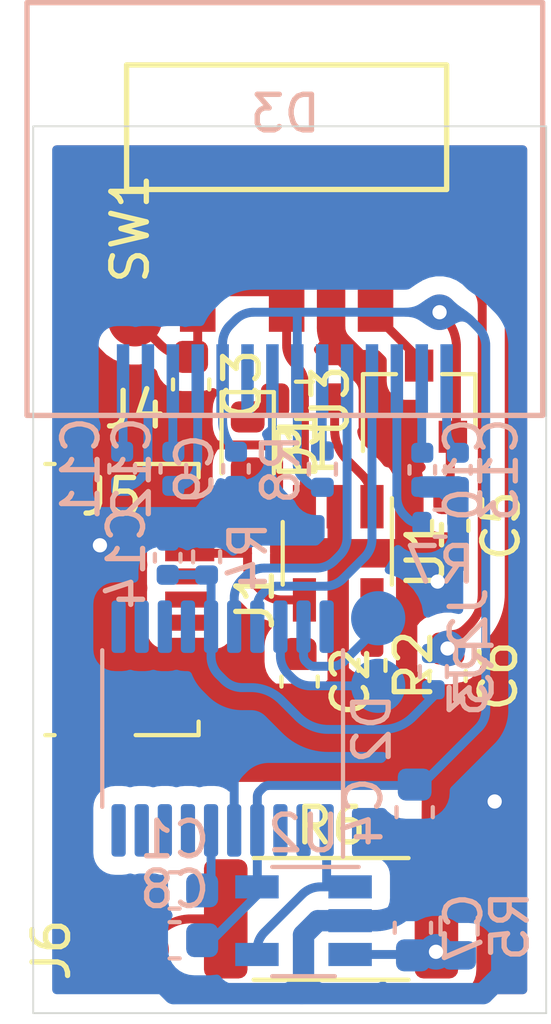
<source format=kicad_pcb>
(kicad_pcb (version 20171130) (host pcbnew 5.1.9+dfsg1-1)
  (layers (0 F.Cu signal) (31 B.Cu signal) (34 B.Paste user) (35 F.Paste user) (36 B.SilkS user hide) (37 F.SilkS user hide) (38 B.Mask user) (39 F.Mask user) (44 Edge.Cuts user))
  (net 0 "")
  (net 1 GND)
  (net 2 "Net-(C1-Pad1)")
  (net 3 "Net-(C2-Pad1)")
  (net 4 "Net-(C3-Pad1)")
  (net 5 +2V8)
  (net 6 +BATT)
  (net 7 "Net-(C7-Pad1)")
  (net 8 "Net-(D2-Pad19)")
  (net 9 "Net-(D2-Pad18)")
  (net 10 "Net-(J6-Pad1)")
  (net 11 "Net-(R1-Pad1)")
  (net 12 "Net-(R2-Pad1)")
  (net 13 "Net-(C10-Pad2)")
  (net 14 "Net-(C11-Pad2)")
  (net 15 "Net-(C11-Pad1)")
  (net 16 "Net-(C12-Pad2)")
  (net 17 "Net-(C12-Pad1)")
  (net 18 "Net-(C13-Pad2)")
  (net 19 SDA)
  (net 20 SCL)
  (net 21 "Net-(D3-Pad12)")
  (net 22 Ain)
  (net 23 "Net-(D1-Pad1)")
  (net 24 "Net-(D3-Pad9)")
  (net 25 "Net-(C14-Pad2)")
  (module Capacitor_SMD:C_0402_1005Metric (layer B.Cu) (at 42.08 55.25 270)
    (fp_text reference C14 (at 0 1.16 90) (layer B.SilkS) (effects (justify mirror)))
    (fp_text value 2.2uF)
    (pad 2 smd roundrect (at 0.48 0 270) (size 0.56 0.62) (layers B.Cu B.Paste B.Mask) (net 25 "Net-(C14-Pad2)"))
    (pad 1 smd roundrect (at -0.48 0 270) (size 0.56 0.62) (layers B.Cu B.Paste B.Mask) (net 1 GND))
  )
  (module Resistor_SMD:R_0402_1005Metric (layer F.Cu) (at 47.825 58.275 270)
    (fp_text reference R2 (at 0 -1.17 90) (layer F.SilkS))
    (fp_text value 20k)
    (pad 2 smd roundrect (at 0.51 0 270) (size 0.54 0.64) (layers F.Cu F.Paste F.Mask) (net 1 GND))
    (pad 1 smd roundrect (at -0.51 0 270) (size 0.54 0.64) (layers F.Cu F.Paste F.Mask) (net 12 "Net-(R2-Pad1)"))
  )
  (module Resistor_SMD:R_0402_1005Metric (layer B.Cu) (at 43.175 55.225 90)
    (fp_text reference R4 (at 0 1.17 90) (layer B.SilkS) (effects (justify mirror)))
    (fp_text value 20k)
    (pad 2 smd roundrect (at 0.51 0 90) (size 0.54 0.64) (layers B.Cu B.Paste B.Mask) (net 1 GND))
    (pad 1 smd roundrect (at -0.51 0 90) (size 0.54 0.64) (layers B.Cu B.Paste B.Mask) (net 25 "Net-(C14-Pad2)"))
  )
  (module Resistor_SMD:R_0402_1005Metric (layer B.Cu) (at 49.55 58.45 90)
    (fp_text reference R3 (at 0 1.17 90) (layer B.SilkS) (effects (justify mirror)))
    (fp_text value 10k)
    (pad 2 smd roundrect (at 0.51 0 90) (size 0.54 0.64) (layers B.Cu B.Paste B.Mask) (net 6 +BATT))
    (pad 1 smd roundrect (at -0.51 0 90) (size 0.54 0.64) (layers B.Cu B.Paste B.Mask) (net 25 "Net-(C14-Pad2)"))
  )
  (module My-library:SMD-CONN (layer B.Cu) (at 48 58.85 270)
    (fp_text reference J3 (at 0 -2.54 270) (layer B.SilkS) (effects (justify mirror)))
    (fp_text value SWD)
    (pad 1 smd circle (at 0 0 270) (size 1.524 1.524) (layers B.Cu B.Paste B.Mask) (net 9 "Net-(D2-Pad18)"))
  )
  (module Resistor_SMD:R_0402_1005Metric (layer B.Cu) (at 46.43 52.76 270)
    (fp_text reference R8 (at 0 1.17 90) (layer B.SilkS) (effects (justify mirror)))
    (fp_text value 10k)
    (pad 2 smd roundrect (at 0.51 0 270) (size 0.54 0.64) (layers B.Cu B.Paste B.Mask) (net 5 +2V8))
    (pad 1 smd roundrect (at -0.51 0 270) (size 0.54 0.64) (layers B.Cu B.Paste B.Mask) (net 24 "Net-(D3-Pad9)"))
  )
  (module Capacitor_SMD:C_0603_1608Metric (layer B.Cu) (at 48.975 65.65 90)
    (fp_text reference C7 (at 0 1.43 270) (layer B.SilkS) (effects (justify mirror)))
    (fp_text value 200)
    (pad 2 smd roundrect (at 0.775 0 90) (size 0.9 0.95) (layers B.Cu B.Paste B.Mask) (net 1 GND))
    (pad 1 smd roundrect (at -0.775 0 90) (size 0.9 0.95) (layers B.Cu B.Paste B.Mask) (net 7 "Net-(C7-Pad1)"))
  )
  (module Capacitor_SMD:C_0402_1005Metric (layer B.Cu) (at 44 52.75 270)
    (fp_text reference C9 (at 0 1.16 90) (layer B.SilkS) (effects (justify mirror)))
    (fp_text value 0.1)
    (pad 2 smd roundrect (at 0.48 0 270) (size 0.56 0.62) (layers B.Cu B.Paste B.Mask) (net 1 GND))
    (pad 1 smd roundrect (at -0.48 0 270) (size 0.56 0.62) (layers B.Cu B.Paste B.Mask) (net 5 +2V8))
  )
  (module Resistor_SMD:R_0402_1005Metric (layer B.Cu) (at 49.74 54.28)
    (fp_text reference R7 (at 0 1.17) (layer B.SilkS) (effects (justify mirror)))
    (fp_text value 560k)
    (pad 2 smd roundrect (at 0.51 0) (size 0.54 0.64) (layers B.Cu B.Paste B.Mask) (net 1 GND))
    (pad 1 smd roundrect (at -0.51 0) (size 0.54 0.64) (layers B.Cu B.Paste B.Mask) (net 21 "Net-(D3-Pad12)"))
  )
  (module My-library:OLED049 (layer B.Cu) (at 45.375 50.25)
    (fp_text reference D3 (at 0.01 -7.48) (layer B.SilkS) (effects (justify mirror)))
    (fp_text value OLED049)
    (pad 14 smd rect (at 4.55 0) (size 0.35 2) (layers B.Cu B.Paste B.Mask) (net 18 "Net-(C13-Pad2)"))
    (pad 13 smd rect (at 3.85 0) (size 0.35 2) (layers B.Cu B.Paste B.Mask) (net 13 "Net-(C10-Pad2)"))
    (pad 12 smd rect (at 3.15 0) (size 0.35 2) (layers B.Cu B.Paste B.Mask) (net 21 "Net-(D3-Pad12)"))
    (pad 11 smd rect (at 2.45 0) (size 0.35 2) (layers B.Cu B.Paste B.Mask) (net 19 SDA))
    (pad 10 smd rect (at 1.75 0) (size 0.35 2) (layers B.Cu B.Paste B.Mask) (net 20 SCL))
    (pad 9 smd rect (at 1.05 0) (size 0.35 2) (layers B.Cu B.Paste B.Mask) (net 24 "Net-(D3-Pad9)"))
    (pad 8 smd rect (at 0.35 0) (size 0.35 2) (layers B.Cu B.Paste B.Mask) (net 5 +2V8))
    (pad 7 smd rect (at -0.35 0) (size 0.35 2) (layers B.Cu B.Paste B.Mask) (net 1 GND))
    (pad 6 smd rect (at -1.05 0) (size 0.35 2) (layers B.Cu B.Paste B.Mask))
    (pad 5 smd rect (at -1.75 0) (size 0.35 2) (layers B.Cu B.Paste B.Mask) (net 5 +2V8))
    (pad 4 smd rect (at -2.45 0) (size 0.35 2) (layers B.Cu B.Paste B.Mask) (net 16 "Net-(C12-Pad2)"))
    (pad 3 smd rect (at -3.15 0) (size 0.35 2) (layers B.Cu B.Paste B.Mask) (net 17 "Net-(C12-Pad1)"))
    (pad 2 smd rect (at -3.85 0) (size 0.35 2) (layers B.Cu B.Paste B.Mask) (net 14 "Net-(C11-Pad2)"))
    (pad 1 smd rect (at -4.55 0) (size 0.35 2) (layers B.Cu B.Paste B.Mask) (net 15 "Net-(C11-Pad1)"))
  )
  (module Capacitor_SMD:C_0402_1005Metric (layer B.Cu) (at 50.24 52.78 90)
    (fp_text reference C13 (at 0 1.16 90) (layer B.SilkS) (effects (justify mirror)))
    (fp_text value 4.7uF)
    (pad 2 smd roundrect (at 0.48 0 90) (size 0.56 0.62) (layers B.Cu B.Paste B.Mask) (net 18 "Net-(C13-Pad2)"))
    (pad 1 smd roundrect (at -0.48 0 90) (size 0.56 0.62) (layers B.Cu B.Paste B.Mask) (net 1 GND))
  )
  (module Capacitor_SMD:C_0402_1005Metric (layer B.Cu) (at 42.24 52.75 270)
    (fp_text reference C12 (at 0 1.16 90) (layer B.SilkS) (effects (justify mirror)))
    (fp_text value 1uF)
    (pad 2 smd roundrect (at 0.48 0 270) (size 0.56 0.62) (layers B.Cu B.Paste B.Mask) (net 16 "Net-(C12-Pad2)"))
    (pad 1 smd roundrect (at -0.48 0 270) (size 0.56 0.62) (layers B.Cu B.Paste B.Mask) (net 17 "Net-(C12-Pad1)"))
  )
  (module Capacitor_SMD:C_0402_1005Metric (layer B.Cu) (at 40.8 52.75 270)
    (fp_text reference C11 (at 0 1.16 90) (layer B.SilkS) (effects (justify mirror)))
    (fp_text value 1uF)
    (pad 2 smd roundrect (at 0.48 0 270) (size 0.56 0.62) (layers B.Cu B.Paste B.Mask) (net 14 "Net-(C11-Pad2)"))
    (pad 1 smd roundrect (at -0.48 0 270) (size 0.56 0.62) (layers B.Cu B.Paste B.Mask) (net 15 "Net-(C11-Pad1)"))
  )
  (module Capacitor_SMD:C_0402_1005Metric (layer B.Cu) (at 49.24 52.78 90)
    (fp_text reference C10 (at 0 1.16 90) (layer B.SilkS) (effects (justify mirror)))
    (fp_text value 2.2uF)
    (pad 2 smd roundrect (at 0.48 0 90) (size 0.56 0.62) (layers B.Cu B.Paste B.Mask) (net 13 "Net-(C10-Pad2)"))
    (pad 1 smd roundrect (at -0.48 0 90) (size 0.56 0.62) (layers B.Cu B.Paste B.Mask) (net 1 GND))
  )
  (module Package_TO_SOT_SMD:SOT-23 (layer F.Cu) (at 49.15 50.85 90)
    (fp_text reference U3 (at 0 -2.5 90) (layer F.SilkS))
    (fp_text value MCP1700)
    (pad 3 smd rect (at 1 0 90) (size 0.9 0.8) (layers F.Cu F.Paste F.Mask) (net 6 +BATT))
    (pad 2 smd rect (at -1 0.95 90) (size 0.9 0.8) (layers F.Cu F.Paste F.Mask) (net 5 +2V8))
    (pad 1 smd rect (at -1 -0.95 90) (size 0.9 0.8) (layers F.Cu F.Paste F.Mask) (net 1 GND))
  )
  (module Package_TO_SOT_SMD:TSOT-23-5 (layer B.Cu) (at 45.9 65.45 180)
    (fp_text reference U2 (at 0 2.45) (layer B.SilkS) (effects (justify mirror)))
    (fp_text value AD8541)
    (pad 5 smd rect (at 1.31 0.95 180) (size 1.22 0.65) (layers B.Cu B.Paste B.Mask) (net 5 +2V8))
    (pad 4 smd rect (at 1.31 -0.95 180) (size 1.22 0.65) (layers B.Cu B.Paste B.Mask) (net 22 Ain))
    (pad 3 smd rect (at -1.31 -0.95 180) (size 1.22 0.65) (layers B.Cu B.Paste B.Mask) (net 7 "Net-(C7-Pad1)"))
    (pad 2 smd rect (at -1.31 0 180) (size 1.22 0.65) (layers B.Cu B.Paste B.Mask) (net 1 GND))
    (pad 1 smd rect (at -1.31 0.95 180) (size 1.22 0.65) (layers B.Cu B.Paste B.Mask) (net 22 Ain))
  )
  (module Package_TO_SOT_SMD:TSOT-23-5 (layer F.Cu) (at 46.875 55.125 270)
    (fp_text reference U1 (at 0 -2.45 90) (layer F.SilkS))
    (fp_text value LTC4054ES5-4.2)
    (pad 5 smd rect (at 1.31 -0.95 270) (size 1.22 0.65) (layers F.Cu F.Paste F.Mask) (net 12 "Net-(R2-Pad1)"))
    (pad 4 smd rect (at 1.31 0.95 270) (size 1.22 0.65) (layers F.Cu F.Paste F.Mask) (net 3 "Net-(C2-Pad1)"))
    (pad 3 smd rect (at -1.31 0.95 270) (size 1.22 0.65) (layers F.Cu F.Paste F.Mask) (net 4 "Net-(C3-Pad1)"))
    (pad 2 smd rect (at -1.31 0 270) (size 1.22 0.65) (layers F.Cu F.Paste F.Mask) (net 1 GND))
    (pad 1 smd rect (at -1.31 -0.95 270) (size 1.22 0.65) (layers F.Cu F.Paste F.Mask) (net 11 "Net-(R1-Pad1)"))
  )
  (module My-library:MySwithc (layer F.Cu) (at 45.425 45.9 270)
    (fp_text reference SW1 (at 0.1 4.4 90) (layer F.SilkS))
    (fp_text value SW_DPDT_x2)
    (pad 1 smd rect (at 1.5 -2.5 270) (size 3 1) (layers F.Cu F.Paste F.Mask) (net 6 +BATT))
    (pad 2 smd rect (at 1.5 0 270) (size 3 1) (layers F.Cu F.Paste F.Mask) (net 4 "Net-(C3-Pad1)"))
    (pad 3 smd rect (at 1.5 2.5 270) (size 3 1) (layers F.Cu F.Paste F.Mask) (net 4 "Net-(C3-Pad1)"))
  )
  (module Resistor_SMD:R_2512_6332Metric (layer F.Cu) (at 46.675 65.4)
    (fp_text reference R6 (at 0 -2.62) (layer F.SilkS))
    (fp_text value 5G)
    (pad 2 smd roundrect (at 2.9625 0) (size 1.225 3.35) (layers F.Cu F.Paste F.Mask) (roundrect_rratio 0.204082) (net 7 "Net-(C7-Pad1)"))
    (pad 1 smd roundrect (at -2.9625 0) (size 1.225 3.35) (layers F.Cu F.Paste F.Mask) (roundrect_rratio 0.204082) (net 10 "Net-(J6-Pad1)"))
  )
  (module Resistor_SMD:R_0603_1608Metric (layer B.Cu) (at 50.275 65.6 90)
    (fp_text reference R5 (at 0 1.43 270) (layer B.SilkS) (effects (justify mirror)))
    (fp_text value 4.7M)
    (pad 2 smd roundrect (at 0.825 0 90) (size 0.8 0.95) (layers B.Cu B.Paste B.Mask) (net 1 GND))
    (pad 1 smd roundrect (at -0.825 0 90) (size 0.8 0.95) (layers B.Cu B.Paste B.Mask) (net 7 "Net-(C7-Pad1)"))
  )
  (module Resistor_SMD:R_0603_1608Metric (layer F.Cu) (at 45.925 50.825 180)
    (fp_text reference R1 (at 0 -1.43) (layer F.SilkS))
    (fp_text value 1k)
    (pad 2 smd roundrect (at 0.825 0 180) (size 0.8 0.95) (layers F.Cu F.Paste F.Mask) (net 23 "Net-(D1-Pad1)"))
    (pad 1 smd roundrect (at -0.825 0 180) (size 0.8 0.95) (layers F.Cu F.Paste F.Mask) (net 11 "Net-(R1-Pad1)"))
  )
  (module My-library:SMD-CONN (layer F.Cu) (at 41.35 66.275 270)
    (fp_text reference J6 (at 0 2.54 90) (layer F.SilkS))
    (fp_text value Conn)
    (pad 1 smd circle (at 0 0 270) (size 1.524 1.524) (layers F.Cu F.Paste F.Mask) (net 10 "Net-(J6-Pad1)"))
  )
  (module My-library:SMD-CONN (layer F.Cu) (at 40.5 51)
    (fp_text reference J5 (at 0 2.54) (layer F.SilkS))
    (fp_text value Conn)
    (pad 1 smd circle (at 0 0) (size 1.524 1.524) (layers F.Cu F.Paste F.Mask) (net 1 GND))
  )
  (module My-library:SMD-CONN (layer F.Cu) (at 41.16 48.55)
    (fp_text reference J4 (at 0 2.54) (layer F.SilkS))
    (fp_text value Conn)
    (pad 1 smd circle (at 0 0) (size 1.524 1.524) (layers F.Cu F.Paste F.Mask) (net 4 "Net-(C3-Pad1)"))
  )
  (module My-library:SMD-CONN (layer B.Cu) (at 48 56.95 270)
    (fp_text reference J2 (at 0 -2.54 270) (layer B.SilkS) (effects (justify mirror)))
    (fp_text value SWC)
    (pad 1 smd circle (at 0 0 270) (size 1.524 1.524) (layers B.Cu B.Paste B.Mask) (net 8 "Net-(D2-Pad19)"))
  )
  (module Connector_USB:USB_Micro-B_Molex_47346-0001 (layer F.Cu) (at 41.24 56.425 270)
    (fp_text reference J1 (at 0 -3.3 270) (layer F.SilkS))
    (fp_text value USB_B_Micro-Connector)
    (pad 6 smd rect (at 1.55 1.2 270) (size 1 1.9) (layers F.Cu F.Paste F.Mask) (net 1 GND))
    (pad 6 smd rect (at -1.15 1.2 270) (size 1.8 1.9) (layers F.Cu F.Paste F.Mask) (net 1 GND))
    (pad 6 smd rect (at 3.375 1.2 270) (size 1.65 1.3) (layers F.Cu F.Paste F.Mask) (net 1 GND))
    (pad 6 smd rect (at -3.375 1.2 270) (size 1.65 1.3) (layers F.Cu F.Paste F.Mask) (net 1 GND))
    (pad 6 smd rect (at 2.4875 -1.375 270) (size 1.425 1.55) (layers F.Cu F.Paste F.Mask) (net 1 GND))
    (pad 6 smd rect (at -2.4875 -1.375 270) (size 1.425 1.55) (layers F.Cu F.Paste F.Mask) (net 1 GND))
    (pad 5 smd rect (at 1.3 -1.46 270) (size 0.45 1.38) (layers F.Cu F.Paste F.Mask) (net 1 GND))
    (pad 4 smd rect (at 0.65 -1.46 270) (size 0.45 1.38) (layers F.Cu F.Paste F.Mask))
    (pad 3 smd rect (at 0 -1.46 270) (size 0.45 1.38) (layers F.Cu F.Paste F.Mask))
    (pad 2 smd rect (at -0.65 -1.46 270) (size 0.45 1.38) (layers F.Cu F.Paste F.Mask))
    (pad 1 smd rect (at -1.3 -1.46 270) (size 0.45 1.38) (layers F.Cu F.Paste F.Mask) (net 3 "Net-(C2-Pad1)"))
  )
  (module Package_SO:TSSOP-20_4.4x6.5mm_P0.65mm (layer B.Cu) (at 43.625 60.05 90)
    (fp_text reference D2 (at 0 4.2 270) (layer B.SilkS) (effects (justify mirror)))
    (fp_text value STM32G031F8)
    (pad 20 smd roundrect (at 2.8625 2.925 90) (size 1.475 0.4) (layers B.Cu B.Paste B.Mask))
    (pad 19 smd roundrect (at 2.8625 2.275 90) (size 1.475 0.4) (layers B.Cu B.Paste B.Mask) (net 8 "Net-(D2-Pad19)"))
    (pad 18 smd roundrect (at 2.8625 1.625 90) (size 1.475 0.4) (layers B.Cu B.Paste B.Mask) (net 9 "Net-(D2-Pad18)"))
    (pad 17 smd roundrect (at 2.8625 0.975 90) (size 1.475 0.4) (layers B.Cu B.Paste B.Mask) (net 19 SDA))
    (pad 16 smd roundrect (at 2.8625 0.325 90) (size 1.475 0.4) (layers B.Cu B.Paste B.Mask) (net 20 SCL))
    (pad 15 smd roundrect (at 2.8625 -0.325 90) (size 1.475 0.4) (layers B.Cu B.Paste B.Mask) (net 25 "Net-(C14-Pad2)"))
    (pad 14 smd roundrect (at 2.8625 -0.975 90) (size 1.475 0.4) (layers B.Cu B.Paste B.Mask))
    (pad 13 smd roundrect (at 2.8625 -1.625 90) (size 1.475 0.4) (layers B.Cu B.Paste B.Mask))
    (pad 12 smd roundrect (at 2.8625 -2.275 90) (size 1.475 0.4) (layers B.Cu B.Paste B.Mask))
    (pad 11 smd roundrect (at 2.8625 -2.925 90) (size 1.475 0.4) (layers B.Cu B.Paste B.Mask))
    (pad 10 smd roundrect (at -2.8625 -2.925 90) (size 1.475 0.4) (layers B.Cu B.Paste B.Mask))
    (pad 9 smd roundrect (at -2.8625 -2.275 90) (size 1.475 0.4) (layers B.Cu B.Paste B.Mask))
    (pad 8 smd roundrect (at -2.8625 -1.625 90) (size 1.475 0.4) (layers B.Cu B.Paste B.Mask))
    (pad 7 smd roundrect (at -2.8625 -0.975 90) (size 1.475 0.4) (layers B.Cu B.Paste B.Mask))
    (pad 6 smd roundrect (at -2.8625 -0.325 90) (size 1.475 0.4) (layers B.Cu B.Paste B.Mask) (net 2 "Net-(C1-Pad1)"))
    (pad 5 smd roundrect (at -2.8625 0.325 90) (size 1.475 0.4) (layers B.Cu B.Paste B.Mask) (net 1 GND))
    (pad 4 smd roundrect (at -2.8625 0.975 90) (size 1.475 0.4) (layers B.Cu B.Paste B.Mask) (net 5 +2V8))
    (pad 3 smd roundrect (at -2.8625 1.625 90) (size 1.475 0.4) (layers B.Cu B.Paste B.Mask))
    (pad 2 smd roundrect (at -2.8625 2.275 90) (size 1.475 0.4) (layers B.Cu B.Paste B.Mask))
    (pad 1 smd roundrect (at -2.8625 2.925 90) (size 1.475 0.4) (layers B.Cu B.Paste B.Mask) (net 22 Ain))
  )
  (module LED_SMD:LED_0603_1608Metric (layer F.Cu) (at 44.33 52.08 270)
    (fp_text reference D1 (at 0 -1.43 90) (layer F.SilkS))
    (fp_text value LED)
    (pad 2 smd roundrect (at 0.7875 0 270) (size 0.875 0.95) (layers F.Cu F.Paste F.Mask) (net 3 "Net-(C2-Pad1)"))
    (pad 1 smd roundrect (at -0.7875 0 270) (size 0.875 0.95) (layers F.Cu F.Paste F.Mask) (net 23 "Net-(D1-Pad1)"))
  )
  (module Capacitor_SMD:C_0603_1608Metric (layer B.Cu) (at 42.275 66 180)
    (fp_text reference C8 (at 0 1.43) (layer B.SilkS) (effects (justify mirror)))
    (fp_text value 0.1)
    (pad 2 smd roundrect (at 0.775 0 180) (size 0.9 0.95) (layers B.Cu B.Paste B.Mask) (net 1 GND))
    (pad 1 smd roundrect (at -0.775 0 180) (size 0.9 0.95) (layers B.Cu B.Paste B.Mask) (net 5 +2V8))
  )
  (module Capacitor_SMD:C_0603_1608Metric (layer F.Cu) (at 49.95 58.575 270)
    (fp_text reference C6 (at 0 -1.43 90) (layer F.SilkS))
    (fp_text value 0.1)
    (pad 2 smd roundrect (at 0.775 0 270) (size 0.9 0.95) (layers F.Cu F.Paste F.Mask) (net 1 GND))
    (pad 1 smd roundrect (at -0.775 0 270) (size 0.9 0.95) (layers F.Cu F.Paste F.Mask) (net 6 +BATT))
  )
  (module Capacitor_SMD:C_0603_1608Metric (layer F.Cu) (at 50.025 54.35 270)
    (fp_text reference C5 (at 0 -1.43 90) (layer F.SilkS))
    (fp_text value 0.1)
    (pad 2 smd roundrect (at 0.775 0 270) (size 0.9 0.95) (layers F.Cu F.Paste F.Mask) (net 1 GND))
    (pad 1 smd roundrect (at -0.775 0 270) (size 0.9 0.95) (layers F.Cu F.Paste F.Mask) (net 5 +2V8))
  )
  (module Capacitor_SMD:C_0603_1608Metric (layer B.Cu) (at 49.025 62.4 270)
    (fp_text reference C4 (at 0 1.43 270) (layer B.SilkS) (effects (justify mirror)))
    (fp_text value 0.1)
    (pad 2 smd roundrect (at 0.775 0 270) (size 0.9 0.95) (layers B.Cu B.Paste B.Mask) (net 1 GND))
    (pad 1 smd roundrect (at -0.775 0 270) (size 0.9 0.95) (layers B.Cu B.Paste B.Mask) (net 5 +2V8))
  )
  (module Capacitor_SMD:C_0603_1608Metric (layer F.Cu) (at 42.74 50.38 270)
    (fp_text reference C3 (at 0 -1.43 90) (layer F.SilkS))
    (fp_text value 10uF)
    (pad 2 smd roundrect (at 0.775 0 270) (size 0.9 0.95) (layers F.Cu F.Paste F.Mask) (net 1 GND))
    (pad 1 smd roundrect (at -0.775 0 270) (size 0.9 0.95) (layers F.Cu F.Paste F.Mask) (net 4 "Net-(C3-Pad1)"))
  )
  (module Capacitor_SMD:C_0603_1608Metric (layer F.Cu) (at 45.79 58.73 270)
    (fp_text reference C2 (at 0 -1.43 90) (layer F.SilkS))
    (fp_text value 10uF)
    (pad 2 smd roundrect (at 0.775 0 270) (size 0.9 0.95) (layers F.Cu F.Paste F.Mask) (net 1 GND))
    (pad 1 smd roundrect (at -0.775 0 270) (size 0.9 0.95) (layers F.Cu F.Paste F.Mask) (net 3 "Net-(C2-Pad1)"))
  )
  (module Capacitor_SMD:C_0603_1608Metric (layer B.Cu) (at 42.275 64.6 180)
    (fp_text reference C1 (at 0 1.43 180) (layer B.SilkS) (effects (justify mirror)))
    (fp_text value 0.1)
    (pad 2 smd roundrect (at 0.775 0 180) (size 0.9 0.95) (layers B.Cu B.Paste B.Mask) (net 1 GND))
    (pad 1 smd roundrect (at -0.775 0 180) (size 0.9 0.95) (layers B.Cu B.Paste B.Mask) (net 2 "Net-(C1-Pad1)"))
  )
  (gr_line (start 38.3 68.05) (end 38.3 43.125) (layer Edge.Cuts) (width 0.05))
  (gr_line (start 52.725 68.05) (end 38.3 68.05) (layer Edge.Cuts) (width 0.05))
  (gr_line (start 52.725 43.125) (end 52.725 68.05) (layer Edge.Cuts) (width 0.05))
  (gr_line (start 38.3 43.125) (end 52.725 43.125) (layer Edge.Cuts) (width 0.05))
  (segment (start 46.875 53.815) (end 46.875 54.75) (width 0.6) (layer F.Cu) (net 1))
  (segment (start 48.9 55.125) (end 49.65 55.125) (width 0.6) (layer F.Cu) (net 1))
  (segment (start 47.25 55.125) (end 48.9 55.125) (width 0.8) (layer F.Cu) (net 1))
  (segment (start 41.5 64.6) (end 41.5 66) (width 0.25) (layer B.Cu) (net 1))
  (segment (start 41.5 64.6) (end 40.25 64.6) (width 0.25) (layer B.Cu) (net 1))
  (segment (start 40.25 64.6) (end 39.475 63.825) (width 0.25) (layer B.Cu) (net 1))
  (segment (start 39.475 63.825) (end 39.475 62) (width 0.25) (layer B.Cu) (net 1))
  (segment (start 39.475 62) (end 40.5 60.975) (width 0.25) (layer B.Cu) (net 1))
  (segment (start 43.95 61.025) (end 43.9 60.975) (width 0.25) (layer B.Cu) (net 1))
  (segment (start 43.95 62.9125) (end 43.95 61.025) (width 0.25) (layer B.Cu) (net 1))
  (segment (start 40.5 60.975) (end 43.9 60.975) (width 0.25) (layer B.Cu) (net 1))
  (via (at 40.175 54.9) (size 1) (drill 0.4) (layers F.Cu B.Cu) (net 1))
  (segment (start 50.275 64.775) (end 51.1 64.775) (width 0.6) (layer B.Cu) (net 1))
  (segment (start 51.1 64.775) (end 51.475 65.15) (width 0.6) (layer B.Cu) (net 1))
  (segment (start 51.475 65.15) (end 51.475 66.975) (width 0.6) (layer B.Cu) (net 1))
  (segment (start 51.475 66.975) (end 50.95 67.5) (width 0.6) (layer B.Cu) (net 1))
  (segment (start 41.5 66.75) (end 41.5 66) (width 0.6) (layer B.Cu) (net 1))
  (segment (start 42.25 67.5) (end 41.5 66.75) (width 0.6) (layer B.Cu) (net 1))
  (segment (start 47.21 65.45) (end 46.3 65.45) (width 0.6) (layer B.Cu) (net 1))
  (segment (start 46.3 65.45) (end 45.9 65.85) (width 0.6) (layer B.Cu) (net 1))
  (segment (start 45.9 67.45) (end 45.85 67.5) (width 0.25) (layer B.Cu) (net 1))
  (segment (start 45.9 65.85) (end 45.9 67.45) (width 0.6) (layer B.Cu) (net 1))
  (segment (start 45.85 67.5) (end 42.25 67.5) (width 0.6) (layer B.Cu) (net 1))
  (segment (start 50.95 67.5) (end 45.85 67.5) (width 0.6) (layer B.Cu) (net 1))
  (segment (start 49.075 64.775) (end 48.975 64.875) (width 0.25) (layer B.Cu) (net 1))
  (segment (start 50.275 64.775) (end 49.075 64.775) (width 0.25) (layer B.Cu) (net 1))
  (segment (start 49.025 64.825) (end 48.975 64.875) (width 0.25) (layer B.Cu) (net 1))
  (segment (start 49.025 63.525) (end 49.025 64.825) (width 0.25) (layer B.Cu) (net 1))
  (segment (start 42.7 58.8275) (end 42.615 58.9125) (width 0.25) (layer F.Cu) (net 1))
  (segment (start 42.7 57.725) (end 42.7 58.8275) (width 0.25) (layer F.Cu) (net 1))
  (segment (start 49.65 55.125) (end 50.05 55.125) (width 0.6) (layer F.Cu) (net 1))
  (via (at 49.67 55.92) (size 1) (drill 0.4) (layers F.Cu B.Cu) (net 1))
  (via (at 51.275 62.1) (size 0.8) (drill 0.4) (layers F.Cu B.Cu) (net 1))
  (segment (start 48.753553 65.096446) (end 48.975 64.875) (width 0.6) (layer B.Cu) (net 1))
  (segment (start 48.753553 65.096446) (end 48.710642 65.137299) (width 0.6) (layer B.Cu) (net 1))
  (segment (start 48.710642 65.137299) (end 48.665779 65.175998) (width 0.6) (layer B.Cu) (net 1))
  (segment (start 48.665779 65.175998) (end 48.619071 65.212449) (width 0.6) (layer B.Cu) (net 1))
  (segment (start 48.619071 65.212449) (end 48.570631 65.246564) (width 0.6) (layer B.Cu) (net 1))
  (segment (start 48.570631 65.246564) (end 48.520576 65.278262) (width 0.6) (layer B.Cu) (net 1))
  (segment (start 48.520576 65.278262) (end 48.469025 65.307465) (width 0.6) (layer B.Cu) (net 1))
  (segment (start 48.469025 65.307465) (end 48.416104 65.334103) (width 0.6) (layer B.Cu) (net 1))
  (segment (start 48.416104 65.334103) (end 48.361939 65.358113) (width 0.6) (layer B.Cu) (net 1))
  (segment (start 48.361939 65.358113) (end 48.306661 65.379436) (width 0.6) (layer B.Cu) (net 1))
  (segment (start 48.306661 65.379436) (end 48.250404 65.398021) (width 0.6) (layer B.Cu) (net 1))
  (segment (start 48.250404 65.398021) (end 48.193302 65.413823) (width 0.6) (layer B.Cu) (net 1))
  (segment (start 48.193302 65.413823) (end 48.135494 65.426805) (width 0.6) (layer B.Cu) (net 1))
  (segment (start 48.135494 65.426805) (end 48.077119 65.436934) (width 0.6) (layer B.Cu) (net 1))
  (segment (start 48.077119 65.436934) (end 48.018317 65.444186) (width 0.6) (layer B.Cu) (net 1))
  (segment (start 48.018317 65.444186) (end 47.959229 65.448545) (width 0.6) (layer B.Cu) (net 1))
  (segment (start 47.959229 65.448545) (end 47.9 65.45) (width 0.6) (layer B.Cu) (net 1))
  (segment (start 47.9 65.45) (end 47.21 65.45) (width 0.6) (layer B.Cu) (net 1))
  (segment (start 44 53.23) (end 44 53.8) (width 0.25) (layer B.Cu) (net 1))
  (segment (start 44 53.8) (end 43.85 53.95) (width 0.25) (layer B.Cu) (net 1))
  (segment (start 39.6 53.95) (end 39.525 54.025) (width 0.25) (layer B.Cu) (net 1))
  (segment (start 43.85 53.95) (end 39.6 53.95) (width 0.25) (layer B.Cu) (net 1))
  (segment (start 42.45 51.425) (end 42.5 51.425) (width 0.25) (layer F.Cu) (net 1))
  (segment (start 45.45 55.1) (end 46.875 55.1) (width 0.8) (layer F.Cu) (net 1))
  (segment (start 46.875 55.1) (end 46.875 54.75) (width 0.6) (layer F.Cu) (net 1))
  (segment (start 46.875 55.1) (end 46.875 58.8) (width 0.6) (layer F.Cu) (net 1))
  (segment (start 46.7625 58.9125) (end 42.615 58.9125) (width 0.25) (layer F.Cu) (net 1))
  (segment (start 46.875 58.8) (end 46.7625 58.9125) (width 0.25) (layer F.Cu) (net 1))
  (segment (start 46.89 58.785) (end 46.875 58.8) (width 0.25) (layer F.Cu) (net 1))
  (segment (start 47.825 58.785) (end 46.89 58.785) (width 0.25) (layer F.Cu) (net 1))
  (segment (start 49.95 59.35) (end 49.05 59.35) (width 0.25) (layer F.Cu) (net 1))
  (segment (start 49.05 59.35) (end 48.8 59.1) (width 0.25) (layer F.Cu) (net 1))
  (segment (start 48.8 55.225) (end 48.9 55.125) (width 0.25) (layer F.Cu) (net 1))
  (segment (start 48.8 59.1) (end 48.8 55.225) (width 0.6) (layer F.Cu) (net 1))
  (segment (start 47.85 51.725) (end 47.975 51.85) (width 0.25) (layer F.Cu) (net 1))
  (segment (start 47.975 51.85) (end 48 51.85) (width 0.25) (layer F.Cu) (net 1))
  (segment (start 48.875 55.1) (end 48.9 55.125) (width 0.25) (layer F.Cu) (net 1))
  (segment (start 48.521446 52.371446) (end 48 51.85) (width 0.8) (layer F.Cu) (net 1))
  (segment (start 48.521446 52.371446) (end 48.562299 52.414356) (width 0.8) (layer F.Cu) (net 1))
  (segment (start 48.562299 52.414356) (end 48.600998 52.459219) (width 0.8) (layer F.Cu) (net 1))
  (segment (start 48.600998 52.459219) (end 48.637449 52.505926) (width 0.8) (layer F.Cu) (net 1))
  (segment (start 48.637449 52.505926) (end 48.671565 52.554366) (width 0.8) (layer F.Cu) (net 1))
  (segment (start 48.671565 52.554366) (end 48.703262 52.604422) (width 0.8) (layer F.Cu) (net 1))
  (segment (start 48.703262 52.604422) (end 48.732465 52.655973) (width 0.8) (layer F.Cu) (net 1))
  (segment (start 48.732465 52.655973) (end 48.759104 52.708894) (width 0.8) (layer F.Cu) (net 1))
  (segment (start 48.759104 52.708894) (end 48.783114 52.763059) (width 0.8) (layer F.Cu) (net 1))
  (segment (start 48.783114 52.763059) (end 48.804437 52.818337) (width 0.8) (layer F.Cu) (net 1))
  (segment (start 48.804437 52.818337) (end 48.823021 52.874595) (width 0.8) (layer F.Cu) (net 1))
  (segment (start 48.823021 52.874595) (end 48.838824 52.931696) (width 0.8) (layer F.Cu) (net 1))
  (segment (start 48.838824 52.931696) (end 48.851805 52.989504) (width 0.8) (layer F.Cu) (net 1))
  (segment (start 48.851805 52.989504) (end 48.861934 53.04788) (width 0.8) (layer F.Cu) (net 1))
  (segment (start 48.861934 53.04788) (end 48.869187 53.106682) (width 0.8) (layer F.Cu) (net 1))
  (segment (start 48.869187 53.106682) (end 48.873545 53.16577) (width 0.8) (layer F.Cu) (net 1))
  (segment (start 48.873545 53.16577) (end 48.875 53.225) (width 0.8) (layer F.Cu) (net 1))
  (segment (start 48.875 53.225) (end 48.875 55.1) (width 0.8) (layer F.Cu) (net 1))
  (segment (start 47.637867 50.037867) (end 47.662379 50.063612) (width 0.8) (layer F.Cu) (net 1))
  (segment (start 47.662379 50.063612) (end 47.685599 50.09053) (width 0.8) (layer F.Cu) (net 1))
  (segment (start 47.685599 50.09053) (end 47.707469 50.118555) (width 0.8) (layer F.Cu) (net 1))
  (segment (start 47.707469 50.118555) (end 47.727939 50.147619) (width 0.8) (layer F.Cu) (net 1))
  (segment (start 47.727939 50.147619) (end 47.746957 50.177652) (width 0.8) (layer F.Cu) (net 1))
  (segment (start 47.746957 50.177652) (end 47.764479 50.208583) (width 0.8) (layer F.Cu) (net 1))
  (segment (start 47.764479 50.208583) (end 47.780462 50.240336) (width 0.8) (layer F.Cu) (net 1))
  (segment (start 47.780462 50.240336) (end 47.794868 50.272835) (width 0.8) (layer F.Cu) (net 1))
  (segment (start 47.794868 50.272835) (end 47.807662 50.306002) (width 0.8) (layer F.Cu) (net 1))
  (segment (start 47.807662 50.306002) (end 47.818813 50.339756) (width 0.8) (layer F.Cu) (net 1))
  (segment (start 47.818813 50.339756) (end 47.828294 50.374017) (width 0.8) (layer F.Cu) (net 1))
  (segment (start 47.828294 50.374017) (end 47.836083 50.408702) (width 0.8) (layer F.Cu) (net 1))
  (segment (start 47.836083 50.408702) (end 47.84216 50.443728) (width 0.8) (layer F.Cu) (net 1))
  (segment (start 47.84216 50.443728) (end 47.846511 50.479009) (width 0.8) (layer F.Cu) (net 1))
  (segment (start 47.846511 50.479009) (end 47.849127 50.514461) (width 0.8) (layer F.Cu) (net 1))
  (segment (start 47.849127 50.514461) (end 47.85 50.55) (width 0.8) (layer F.Cu) (net 1))
  (segment (start 47.85 50.55) (end 47.85 51.725) (width 0.8) (layer F.Cu) (net 1))
  (segment (start 46.675 48.775) (end 46.675 45.025) (width 0.8) (layer F.Cu) (net 1))
  (segment (start 46.675 48.775) (end 46.675872 48.810537) (width 0.8) (layer F.Cu) (net 1))
  (segment (start 46.675872 48.810537) (end 46.678487 48.84599) (width 0.8) (layer F.Cu) (net 1))
  (segment (start 46.678487 48.84599) (end 46.682839 48.881271) (width 0.8) (layer F.Cu) (net 1))
  (segment (start 46.682839 48.881271) (end 46.688916 48.916296) (width 0.8) (layer F.Cu) (net 1))
  (segment (start 46.688916 48.916296) (end 46.696705 48.950981) (width 0.8) (layer F.Cu) (net 1))
  (segment (start 46.696705 48.950981) (end 46.706186 48.985242) (width 0.8) (layer F.Cu) (net 1))
  (segment (start 46.706186 48.985242) (end 46.717337 49.018997) (width 0.8) (layer F.Cu) (net 1))
  (segment (start 46.717337 49.018997) (end 46.730131 49.052163) (width 0.8) (layer F.Cu) (net 1))
  (segment (start 46.730131 49.052163) (end 46.744537 49.084662) (width 0.8) (layer F.Cu) (net 1))
  (segment (start 46.744537 49.084662) (end 46.76052 49.116415) (width 0.8) (layer F.Cu) (net 1))
  (segment (start 46.76052 49.116415) (end 46.778042 49.147346) (width 0.8) (layer F.Cu) (net 1))
  (segment (start 46.778042 49.147346) (end 46.79706 49.177379) (width 0.8) (layer F.Cu) (net 1))
  (segment (start 46.79706 49.177379) (end 46.817529 49.206443) (width 0.8) (layer F.Cu) (net 1))
  (segment (start 46.817529 49.206443) (end 46.8394 49.234468) (width 0.8) (layer F.Cu) (net 1))
  (segment (start 46.8394 49.234468) (end 46.862619 49.261385) (width 0.8) (layer F.Cu) (net 1))
  (segment (start 46.862619 49.261385) (end 46.887132 49.287132) (width 0.8) (layer F.Cu) (net 1))
  (segment (start 46.887132 49.287132) (end 47.637867 50.037867) (width 0.8) (layer F.Cu) (net 1))
  (segment (start 44.883578 52.986421) (end 44.899919 52.969256) (width 0.25) (layer B.Cu) (net 1))
  (segment (start 44.899919 52.969256) (end 44.915398 52.951311) (width 0.25) (layer B.Cu) (net 1))
  (segment (start 44.915398 52.951311) (end 44.929979 52.932628) (width 0.25) (layer B.Cu) (net 1))
  (segment (start 44.929979 52.932628) (end 44.943625 52.913252) (width 0.25) (layer B.Cu) (net 1))
  (segment (start 44.943625 52.913252) (end 44.956304 52.89323) (width 0.25) (layer B.Cu) (net 1))
  (segment (start 44.956304 52.89323) (end 44.967985 52.87261) (width 0.25) (layer B.Cu) (net 1))
  (segment (start 44.967985 52.87261) (end 44.978641 52.851441) (width 0.25) (layer B.Cu) (net 1))
  (segment (start 44.978641 52.851441) (end 44.988245 52.829775) (width 0.25) (layer B.Cu) (net 1))
  (segment (start 44.988245 52.829775) (end 44.996774 52.807664) (width 0.25) (layer B.Cu) (net 1))
  (segment (start 44.996774 52.807664) (end 45.004208 52.785161) (width 0.25) (layer B.Cu) (net 1))
  (segment (start 45.004208 52.785161) (end 45.010529 52.762321) (width 0.25) (layer B.Cu) (net 1))
  (segment (start 45.010529 52.762321) (end 45.015721 52.739197) (width 0.25) (layer B.Cu) (net 1))
  (segment (start 45.015721 52.739197) (end 45.019773 52.715847) (width 0.25) (layer B.Cu) (net 1))
  (segment (start 45.019773 52.715847) (end 45.022674 52.692326) (width 0.25) (layer B.Cu) (net 1))
  (segment (start 45.022674 52.692326) (end 45.024417 52.668691) (width 0.25) (layer B.Cu) (net 1))
  (segment (start 45.024417 52.668691) (end 45.025 52.645) (width 0.25) (layer B.Cu) (net 1))
  (segment (start 45.025 52.645) (end 45.025 50.25) (width 0.25) (layer B.Cu) (net 1))
  (segment (start 44.44 53.23) (end 44 53.23) (width 0.25) (layer B.Cu) (net 1))
  (segment (start 44.44 53.23) (end 44.463691 53.229417) (width 0.25) (layer B.Cu) (net 1))
  (segment (start 44.463691 53.229417) (end 44.487326 53.227674) (width 0.25) (layer B.Cu) (net 1))
  (segment (start 44.487326 53.227674) (end 44.510847 53.224773) (width 0.25) (layer B.Cu) (net 1))
  (segment (start 44.510847 53.224773) (end 44.534197 53.220721) (width 0.25) (layer B.Cu) (net 1))
  (segment (start 44.534197 53.220721) (end 44.557321 53.215529) (width 0.25) (layer B.Cu) (net 1))
  (segment (start 44.557321 53.215529) (end 44.580161 53.209208) (width 0.25) (layer B.Cu) (net 1))
  (segment (start 44.580161 53.209208) (end 44.602664 53.201774) (width 0.25) (layer B.Cu) (net 1))
  (segment (start 44.602664 53.201774) (end 44.624775 53.193245) (width 0.25) (layer B.Cu) (net 1))
  (segment (start 44.624775 53.193245) (end 44.646441 53.183641) (width 0.25) (layer B.Cu) (net 1))
  (segment (start 44.646441 53.183641) (end 44.66761 53.172985) (width 0.25) (layer B.Cu) (net 1))
  (segment (start 44.66761 53.172985) (end 44.68823 53.161304) (width 0.25) (layer B.Cu) (net 1))
  (segment (start 44.68823 53.161304) (end 44.708252 53.148625) (width 0.25) (layer B.Cu) (net 1))
  (segment (start 44.708252 53.148625) (end 44.727628 53.134979) (width 0.25) (layer B.Cu) (net 1))
  (segment (start 44.727628 53.134979) (end 44.746311 53.120399) (width 0.25) (layer B.Cu) (net 1))
  (segment (start 44.746311 53.120399) (end 44.764256 53.104919) (width 0.25) (layer B.Cu) (net 1))
  (segment (start 44.764256 53.104919) (end 44.781421 53.088578) (width 0.25) (layer B.Cu) (net 1))
  (segment (start 44.781421 53.088578) (end 44.883578 52.986421) (width 0.25) (layer B.Cu) (net 1))
  (segment (start 40.5 51) (end 41.58 52.08) (width 0.25) (layer F.Cu) (net 1))
  (segment (start 45.2 54.85) (end 45.45 55.1) (width 0.25) (layer F.Cu) (net 1))
  (segment (start 42.74 52.06) (end 42.76 52.08) (width 0.25) (layer F.Cu) (net 1))
  (segment (start 42.74 51.155) (end 42.74 52.06) (width 0.25) (layer F.Cu) (net 1))
  (segment (start 41.58 52.08) (end 42.76 52.08) (width 0.25) (layer F.Cu) (net 1))
  (segment (start 45.021421 52.221421) (end 45.004257 52.205079) (width 0.25) (layer F.Cu) (net 1))
  (segment (start 45.004257 52.205079) (end 44.986311 52.189599) (width 0.25) (layer F.Cu) (net 1))
  (segment (start 44.986311 52.189599) (end 44.967628 52.175019) (width 0.25) (layer F.Cu) (net 1))
  (segment (start 44.967628 52.175019) (end 44.948252 52.161373) (width 0.25) (layer F.Cu) (net 1))
  (segment (start 44.948252 52.161373) (end 44.92823 52.148694) (width 0.25) (layer F.Cu) (net 1))
  (segment (start 44.92823 52.148694) (end 44.90761 52.137013) (width 0.25) (layer F.Cu) (net 1))
  (segment (start 44.90761 52.137013) (end 44.886441 52.126357) (width 0.25) (layer F.Cu) (net 1))
  (segment (start 44.886441 52.126357) (end 44.864775 52.116753) (width 0.25) (layer F.Cu) (net 1))
  (segment (start 44.864775 52.116753) (end 44.842664 52.108224) (width 0.25) (layer F.Cu) (net 1))
  (segment (start 44.842664 52.108224) (end 44.820161 52.10079) (width 0.25) (layer F.Cu) (net 1))
  (segment (start 44.820161 52.10079) (end 44.797321 52.094469) (width 0.25) (layer F.Cu) (net 1))
  (segment (start 44.797321 52.094469) (end 44.774197 52.089277) (width 0.25) (layer F.Cu) (net 1))
  (segment (start 44.774197 52.089277) (end 44.750847 52.085225) (width 0.25) (layer F.Cu) (net 1))
  (segment (start 44.750847 52.085225) (end 44.727326 52.082324) (width 0.25) (layer F.Cu) (net 1))
  (segment (start 44.727326 52.082324) (end 44.703691 52.080581) (width 0.25) (layer F.Cu) (net 1))
  (segment (start 44.703691 52.080581) (end 44.68 52.08) (width 0.25) (layer F.Cu) (net 1))
  (segment (start 44.68 52.08) (end 42.76 52.08) (width 0.25) (layer F.Cu) (net 1))
  (segment (start 45.2 52.6) (end 45.2 54.85) (width 0.25) (layer F.Cu) (net 1))
  (segment (start 45.2 52.6) (end 45.199418 52.576307) (width 0.25) (layer F.Cu) (net 1))
  (segment (start 45.199418 52.576307) (end 45.197674 52.552673) (width 0.25) (layer F.Cu) (net 1))
  (segment (start 45.197674 52.552673) (end 45.194773 52.529152) (width 0.25) (layer F.Cu) (net 1))
  (segment (start 45.194773 52.529152) (end 45.190722 52.505801) (width 0.25) (layer F.Cu) (net 1))
  (segment (start 45.190722 52.505801) (end 45.185529 52.482678) (width 0.25) (layer F.Cu) (net 1))
  (segment (start 45.185529 52.482678) (end 45.179208 52.459837) (width 0.25) (layer F.Cu) (net 1))
  (segment (start 45.179208 52.459837) (end 45.171774 52.437334) (width 0.25) (layer F.Cu) (net 1))
  (segment (start 45.171774 52.437334) (end 45.163245 52.415223) (width 0.25) (layer F.Cu) (net 1))
  (segment (start 45.163245 52.415223) (end 45.153641 52.393557) (width 0.25) (layer F.Cu) (net 1))
  (segment (start 45.153641 52.393557) (end 45.142986 52.372388) (width 0.25) (layer F.Cu) (net 1))
  (segment (start 45.142986 52.372388) (end 45.131305 52.351768) (width 0.25) (layer F.Cu) (net 1))
  (segment (start 45.131305 52.351768) (end 45.118626 52.331746) (width 0.25) (layer F.Cu) (net 1))
  (segment (start 45.118626 52.331746) (end 45.104979 52.31237) (width 0.25) (layer F.Cu) (net 1))
  (segment (start 45.104979 52.31237) (end 45.090399 52.293687) (width 0.25) (layer F.Cu) (net 1))
  (segment (start 45.090399 52.293687) (end 45.074919 52.275741) (width 0.25) (layer F.Cu) (net 1))
  (segment (start 45.074919 52.275741) (end 45.058578 52.258578) (width 0.25) (layer F.Cu) (net 1))
  (segment (start 45.058578 52.258578) (end 45.021421 52.221421) (width 0.25) (layer F.Cu) (net 1))
  (segment (start 49.24 53.26) (end 50.24 53.26) (width 0.6) (layer B.Cu) (net 1))
  (segment (start 50.24 54.27) (end 50.25 54.28) (width 0.25) (layer B.Cu) (net 1))
  (segment (start 50.24 53.26) (end 50.24 54.27) (width 0.6) (layer B.Cu) (net 1))
  (segment (start 50.25 55.34) (end 49.67 55.92) (width 0.6) (layer B.Cu) (net 1))
  (segment (start 50.25 54.28) (end 50.25 55.34) (width 0.6) (layer B.Cu) (net 1))
  (segment (start 43.3 64.35) (end 43.05 64.6) (width 0.25) (layer B.Cu) (net 2))
  (segment (start 43.3 62.9125) (end 43.3 64.35) (width 0.25) (layer B.Cu) (net 2))
  (segment (start 42.7 55.125) (end 44.325 55.125) (width 0.25) (layer F.Cu) (net 3))
  (segment (start 44.325 52.7875) (end 44.325 55.125) (width 0.25) (layer F.Cu) (net 3))
  (segment (start 45.925 57.82) (end 45.79 57.955) (width 0.25) (layer F.Cu) (net 3))
  (segment (start 45.925 56.435) (end 45.925 57.82) (width 0.25) (layer F.Cu) (net 3))
  (segment (start 45.275 56.435) (end 45.925 56.435) (width 0.25) (layer F.Cu) (net 3))
  (segment (start 45.275 56.435) (end 45.239461 56.434127) (width 0.25) (layer F.Cu) (net 3))
  (segment (start 45.239461 56.434127) (end 45.204009 56.431512) (width 0.25) (layer F.Cu) (net 3))
  (segment (start 45.204009 56.431512) (end 45.168728 56.42716) (width 0.25) (layer F.Cu) (net 3))
  (segment (start 45.168728 56.42716) (end 45.133702 56.421083) (width 0.25) (layer F.Cu) (net 3))
  (segment (start 45.133702 56.421083) (end 45.099017 56.413294) (width 0.25) (layer F.Cu) (net 3))
  (segment (start 45.099017 56.413294) (end 45.064756 56.403813) (width 0.25) (layer F.Cu) (net 3))
  (segment (start 45.064756 56.403813) (end 45.031002 56.392662) (width 0.25) (layer F.Cu) (net 3))
  (segment (start 45.031002 56.392662) (end 44.997835 56.379868) (width 0.25) (layer F.Cu) (net 3))
  (segment (start 44.997835 56.379868) (end 44.965336 56.365462) (width 0.25) (layer F.Cu) (net 3))
  (segment (start 44.965336 56.365462) (end 44.933583 56.349479) (width 0.25) (layer F.Cu) (net 3))
  (segment (start 44.933583 56.349479) (end 44.902652 56.331957) (width 0.25) (layer F.Cu) (net 3))
  (segment (start 44.902652 56.331957) (end 44.872619 56.312939) (width 0.25) (layer F.Cu) (net 3))
  (segment (start 44.872619 56.312939) (end 44.843555 56.292469) (width 0.25) (layer F.Cu) (net 3))
  (segment (start 44.843555 56.292469) (end 44.81553 56.270599) (width 0.25) (layer F.Cu) (net 3))
  (segment (start 44.81553 56.270599) (end 44.788612 56.247379) (width 0.25) (layer F.Cu) (net 3))
  (segment (start 44.788612 56.247379) (end 44.762867 56.222867) (width 0.25) (layer F.Cu) (net 3))
  (segment (start 44.325 55.485) (end 44.325 55.125) (width 0.25) (layer F.Cu) (net 3))
  (segment (start 44.325 55.485) (end 44.325872 55.520537) (width 0.25) (layer F.Cu) (net 3))
  (segment (start 44.325872 55.520537) (end 44.328487 55.55599) (width 0.25) (layer F.Cu) (net 3))
  (segment (start 44.328487 55.55599) (end 44.332839 55.591271) (width 0.25) (layer F.Cu) (net 3))
  (segment (start 44.332839 55.591271) (end 44.338916 55.626296) (width 0.25) (layer F.Cu) (net 3))
  (segment (start 44.338916 55.626296) (end 44.346705 55.660981) (width 0.25) (layer F.Cu) (net 3))
  (segment (start 44.346705 55.660981) (end 44.356186 55.695242) (width 0.25) (layer F.Cu) (net 3))
  (segment (start 44.356186 55.695242) (end 44.367337 55.728997) (width 0.25) (layer F.Cu) (net 3))
  (segment (start 44.367337 55.728997) (end 44.380131 55.762163) (width 0.25) (layer F.Cu) (net 3))
  (segment (start 44.380131 55.762163) (end 44.394537 55.794662) (width 0.25) (layer F.Cu) (net 3))
  (segment (start 44.394537 55.794662) (end 44.41052 55.826415) (width 0.25) (layer F.Cu) (net 3))
  (segment (start 44.41052 55.826415) (end 44.428042 55.857346) (width 0.25) (layer F.Cu) (net 3))
  (segment (start 44.428042 55.857346) (end 44.44706 55.887379) (width 0.25) (layer F.Cu) (net 3))
  (segment (start 44.44706 55.887379) (end 44.467529 55.916443) (width 0.25) (layer F.Cu) (net 3))
  (segment (start 44.467529 55.916443) (end 44.4894 55.944468) (width 0.25) (layer F.Cu) (net 3))
  (segment (start 44.4894 55.944468) (end 44.512619 55.971385) (width 0.25) (layer F.Cu) (net 3))
  (segment (start 44.512619 55.971385) (end 44.537132 55.997132) (width 0.25) (layer F.Cu) (net 3))
  (segment (start 44.537132 55.997132) (end 44.762867 56.222867) (width 0.25) (layer F.Cu) (net 3))
  (segment (start 45.425 47.4) (end 42.925 47.4) (width 1) (layer F.Cu) (net 4))
  (segment (start 42.925 49.42) (end 42.74 49.605) (width 0.25) (layer F.Cu) (net 4))
  (segment (start 42.925 47.4) (end 42.925 49.42) (width 0.25) (layer F.Cu) (net 4))
  (segment (start 41.861446 49.251446) (end 41.16 48.55) (width 0.25) (layer F.Cu) (net 4))
  (segment (start 41.861446 49.251446) (end 41.904356 49.292299) (width 0.25) (layer F.Cu) (net 4))
  (segment (start 41.904356 49.292299) (end 41.949219 49.330998) (width 0.25) (layer F.Cu) (net 4))
  (segment (start 41.949219 49.330998) (end 41.995926 49.367449) (width 0.25) (layer F.Cu) (net 4))
  (segment (start 41.995926 49.367449) (end 42.044366 49.401565) (width 0.25) (layer F.Cu) (net 4))
  (segment (start 42.044366 49.401565) (end 42.094422 49.433262) (width 0.25) (layer F.Cu) (net 4))
  (segment (start 42.094422 49.433262) (end 42.145973 49.462465) (width 0.25) (layer F.Cu) (net 4))
  (segment (start 42.145973 49.462465) (end 42.198894 49.489104) (width 0.25) (layer F.Cu) (net 4))
  (segment (start 42.198894 49.489104) (end 42.253059 49.513114) (width 0.25) (layer F.Cu) (net 4))
  (segment (start 42.253059 49.513114) (end 42.308337 49.534437) (width 0.25) (layer F.Cu) (net 4))
  (segment (start 42.308337 49.534437) (end 42.364595 49.553021) (width 0.25) (layer F.Cu) (net 4))
  (segment (start 42.364595 49.553021) (end 42.421696 49.568824) (width 0.25) (layer F.Cu) (net 4))
  (segment (start 42.421696 49.568824) (end 42.479504 49.581805) (width 0.25) (layer F.Cu) (net 4))
  (segment (start 42.479504 49.581805) (end 42.53788 49.591934) (width 0.25) (layer F.Cu) (net 4))
  (segment (start 42.53788 49.591934) (end 42.596682 49.599187) (width 0.25) (layer F.Cu) (net 4))
  (segment (start 42.596682 49.599187) (end 42.65577 49.603545) (width 0.25) (layer F.Cu) (net 4))
  (segment (start 42.65577 49.603545) (end 42.715 49.605) (width 0.25) (layer F.Cu) (net 4))
  (segment (start 42.715 49.605) (end 42.74 49.605) (width 0.25) (layer F.Cu) (net 4))
  (segment (start 45.425 49.275) (end 45.425 47.4) (width 0.25) (layer F.Cu) (net 4))
  (segment (start 45.425 49.275) (end 45.425872 49.310537) (width 0.25) (layer F.Cu) (net 4))
  (segment (start 45.425872 49.310537) (end 45.428487 49.34599) (width 0.25) (layer F.Cu) (net 4))
  (segment (start 45.428487 49.34599) (end 45.432839 49.381271) (width 0.25) (layer F.Cu) (net 4))
  (segment (start 45.432839 49.381271) (end 45.438916 49.416296) (width 0.25) (layer F.Cu) (net 4))
  (segment (start 45.438916 49.416296) (end 45.446705 49.450981) (width 0.25) (layer F.Cu) (net 4))
  (segment (start 45.446705 49.450981) (end 45.456186 49.485242) (width 0.25) (layer F.Cu) (net 4))
  (segment (start 45.456186 49.485242) (end 45.467337 49.518997) (width 0.25) (layer F.Cu) (net 4))
  (segment (start 45.467337 49.518997) (end 45.480131 49.552163) (width 0.25) (layer F.Cu) (net 4))
  (segment (start 45.480131 49.552163) (end 45.494537 49.584662) (width 0.25) (layer F.Cu) (net 4))
  (segment (start 45.494537 49.584662) (end 45.51052 49.616415) (width 0.25) (layer F.Cu) (net 4))
  (segment (start 45.51052 49.616415) (end 45.528042 49.647346) (width 0.25) (layer F.Cu) (net 4))
  (segment (start 45.528042 49.647346) (end 45.54706 49.677379) (width 0.25) (layer F.Cu) (net 4))
  (segment (start 45.54706 49.677379) (end 45.567529 49.706443) (width 0.25) (layer F.Cu) (net 4))
  (segment (start 45.567529 49.706443) (end 45.5894 49.734468) (width 0.25) (layer F.Cu) (net 4))
  (segment (start 45.5894 49.734468) (end 45.612619 49.761385) (width 0.25) (layer F.Cu) (net 4))
  (segment (start 45.612619 49.761385) (end 45.637132 49.787132) (width 0.25) (layer F.Cu) (net 4))
  (segment (start 45.925 50.375) (end 45.925 53.815) (width 0.25) (layer F.Cu) (net 4))
  (segment (start 45.925 50.375) (end 45.924127 50.339461) (width 0.25) (layer F.Cu) (net 4))
  (segment (start 45.924127 50.339461) (end 45.921512 50.304009) (width 0.25) (layer F.Cu) (net 4))
  (segment (start 45.921512 50.304009) (end 45.91716 50.268728) (width 0.25) (layer F.Cu) (net 4))
  (segment (start 45.91716 50.268728) (end 45.911083 50.233702) (width 0.25) (layer F.Cu) (net 4))
  (segment (start 45.911083 50.233702) (end 45.903294 50.199017) (width 0.25) (layer F.Cu) (net 4))
  (segment (start 45.903294 50.199017) (end 45.893813 50.164756) (width 0.25) (layer F.Cu) (net 4))
  (segment (start 45.893813 50.164756) (end 45.882662 50.131002) (width 0.25) (layer F.Cu) (net 4))
  (segment (start 45.882662 50.131002) (end 45.869868 50.097835) (width 0.25) (layer F.Cu) (net 4))
  (segment (start 45.869868 50.097835) (end 45.855462 50.065336) (width 0.25) (layer F.Cu) (net 4))
  (segment (start 45.855462 50.065336) (end 45.839479 50.033583) (width 0.25) (layer F.Cu) (net 4))
  (segment (start 45.839479 50.033583) (end 45.821957 50.002652) (width 0.25) (layer F.Cu) (net 4))
  (segment (start 45.821957 50.002652) (end 45.802939 49.972619) (width 0.25) (layer F.Cu) (net 4))
  (segment (start 45.802939 49.972619) (end 45.782469 49.943555) (width 0.25) (layer F.Cu) (net 4))
  (segment (start 45.782469 49.943555) (end 45.760599 49.91553) (width 0.25) (layer F.Cu) (net 4))
  (segment (start 45.760599 49.91553) (end 45.737379 49.888612) (width 0.25) (layer F.Cu) (net 4))
  (segment (start 45.737379 49.888612) (end 45.712867 49.862867) (width 0.25) (layer F.Cu) (net 4))
  (segment (start 45.712867 49.862867) (end 45.637132 49.787132) (width 0.25) (layer F.Cu) (net 4))
  (segment (start 44.6 64.49) (end 44.59 64.5) (width 0.25) (layer B.Cu) (net 5))
  (segment (start 44.6 62.9125) (end 44.6 64.49) (width 0.25) (layer B.Cu) (net 5))
  (segment (start 44.59 64.5) (end 44.59 64.735) (width 0.25) (layer B.Cu) (net 5))
  (segment (start 43.325 66) (end 43.05 66) (width 0.25) (layer B.Cu) (net 5))
  (segment (start 44.59 64.735) (end 43.325 66) (width 0.25) (layer B.Cu) (net 5))
  (segment (start 49.025 61.65) (end 46.95 61.65) (width 0.25) (layer B.Cu) (net 5))
  (via (at 49.725 48.35) (size 1) (drill 0.4) (layers F.Cu B.Cu) (net 5))
  (segment (start 45.725 50.25) (end 45.725 48.425) (width 0.25) (layer B.Cu) (net 5))
  (segment (start 45.725 48.425) (end 45.8 48.35) (width 0.25) (layer B.Cu) (net 5))
  (segment (start 45.8 48.35) (end 49.725 48.35) (width 0.25) (layer B.Cu) (net 5))
  (segment (start 43.978553 52.248553) (end 44 52.27) (width 0.25) (layer B.Cu) (net 5))
  (segment (start 43.978553 52.248553) (end 43.937699 52.205642) (width 0.25) (layer B.Cu) (net 5))
  (segment (start 43.937699 52.205642) (end 43.899 52.16078) (width 0.25) (layer B.Cu) (net 5))
  (segment (start 43.899 52.16078) (end 43.862549 52.114072) (width 0.25) (layer B.Cu) (net 5))
  (segment (start 43.862549 52.114072) (end 43.828433 52.065632) (width 0.25) (layer B.Cu) (net 5))
  (segment (start 43.828433 52.065632) (end 43.796736 52.015576) (width 0.25) (layer B.Cu) (net 5))
  (segment (start 43.796736 52.015576) (end 43.767533 51.964025) (width 0.25) (layer B.Cu) (net 5))
  (segment (start 43.767533 51.964025) (end 43.740894 51.911104) (width 0.25) (layer B.Cu) (net 5))
  (segment (start 43.740894 51.911104) (end 43.716885 51.856939) (width 0.25) (layer B.Cu) (net 5))
  (segment (start 43.716885 51.856939) (end 43.695562 51.801661) (width 0.25) (layer B.Cu) (net 5))
  (segment (start 43.695562 51.801661) (end 43.676977 51.745404) (width 0.25) (layer B.Cu) (net 5))
  (segment (start 43.676977 51.745404) (end 43.661175 51.688302) (width 0.25) (layer B.Cu) (net 5))
  (segment (start 43.661175 51.688302) (end 43.648193 51.630494) (width 0.25) (layer B.Cu) (net 5))
  (segment (start 43.648193 51.630494) (end 43.638064 51.572119) (width 0.25) (layer B.Cu) (net 5))
  (segment (start 43.638064 51.572119) (end 43.630812 51.513317) (width 0.25) (layer B.Cu) (net 5))
  (segment (start 43.630812 51.513317) (end 43.626453 51.454229) (width 0.25) (layer B.Cu) (net 5))
  (segment (start 43.626453 51.454229) (end 43.625 51.395) (width 0.25) (layer B.Cu) (net 5))
  (segment (start 43.625 51.395) (end 43.625 50.25) (width 0.25) (layer B.Cu) (net 5))
  (segment (start 44.6 61.975) (end 44.6 62.9125) (width 0.25) (layer B.Cu) (net 5))
  (segment (start 44.6 61.975) (end 44.60029 61.963154) (width 0.25) (layer B.Cu) (net 5))
  (segment (start 44.60029 61.963154) (end 44.601162 61.951336) (width 0.25) (layer B.Cu) (net 5))
  (segment (start 44.601162 61.951336) (end 44.602612 61.939576) (width 0.25) (layer B.Cu) (net 5))
  (segment (start 44.602612 61.939576) (end 44.604638 61.9279) (width 0.25) (layer B.Cu) (net 5))
  (segment (start 44.604638 61.9279) (end 44.607234 61.916339) (width 0.25) (layer B.Cu) (net 5))
  (segment (start 44.607234 61.916339) (end 44.610395 61.904918) (width 0.25) (layer B.Cu) (net 5))
  (segment (start 44.610395 61.904918) (end 44.614112 61.893667) (width 0.25) (layer B.Cu) (net 5))
  (segment (start 44.614112 61.893667) (end 44.618376 61.882611) (width 0.25) (layer B.Cu) (net 5))
  (segment (start 44.618376 61.882611) (end 44.623178 61.871778) (width 0.25) (layer B.Cu) (net 5))
  (segment (start 44.623178 61.871778) (end 44.628506 61.861194) (width 0.25) (layer B.Cu) (net 5))
  (segment (start 44.628506 61.861194) (end 44.634346 61.850884) (width 0.25) (layer B.Cu) (net 5))
  (segment (start 44.634346 61.850884) (end 44.640686 61.840873) (width 0.25) (layer B.Cu) (net 5))
  (segment (start 44.640686 61.840873) (end 44.647509 61.831185) (width 0.25) (layer B.Cu) (net 5))
  (segment (start 44.647509 61.831185) (end 44.654799 61.821843) (width 0.25) (layer B.Cu) (net 5))
  (segment (start 44.654799 61.821843) (end 44.662539 61.81287) (width 0.25) (layer B.Cu) (net 5))
  (segment (start 44.662539 61.81287) (end 44.67071 61.804289) (width 0.25) (layer B.Cu) (net 5))
  (segment (start 44.925 61.65) (end 46.95 61.65) (width 0.25) (layer B.Cu) (net 5))
  (segment (start 44.925 61.65) (end 44.913154 61.65029) (width 0.25) (layer B.Cu) (net 5))
  (segment (start 44.913154 61.65029) (end 44.901336 61.651162) (width 0.25) (layer B.Cu) (net 5))
  (segment (start 44.901336 61.651162) (end 44.889576 61.652612) (width 0.25) (layer B.Cu) (net 5))
  (segment (start 44.889576 61.652612) (end 44.8779 61.654638) (width 0.25) (layer B.Cu) (net 5))
  (segment (start 44.8779 61.654638) (end 44.866339 61.657234) (width 0.25) (layer B.Cu) (net 5))
  (segment (start 44.866339 61.657234) (end 44.854918 61.660395) (width 0.25) (layer B.Cu) (net 5))
  (segment (start 44.854918 61.660395) (end 44.843667 61.664112) (width 0.25) (layer B.Cu) (net 5))
  (segment (start 44.843667 61.664112) (end 44.832611 61.668376) (width 0.25) (layer B.Cu) (net 5))
  (segment (start 44.832611 61.668376) (end 44.821778 61.673178) (width 0.25) (layer B.Cu) (net 5))
  (segment (start 44.821778 61.673178) (end 44.811194 61.678506) (width 0.25) (layer B.Cu) (net 5))
  (segment (start 44.811194 61.678506) (end 44.800884 61.684346) (width 0.25) (layer B.Cu) (net 5))
  (segment (start 44.800884 61.684346) (end 44.790873 61.690686) (width 0.25) (layer B.Cu) (net 5))
  (segment (start 44.790873 61.690686) (end 44.781185 61.697509) (width 0.25) (layer B.Cu) (net 5))
  (segment (start 44.781185 61.697509) (end 44.771843 61.704799) (width 0.25) (layer B.Cu) (net 5))
  (segment (start 44.771843 61.704799) (end 44.76287 61.712539) (width 0.25) (layer B.Cu) (net 5))
  (segment (start 44.76287 61.712539) (end 44.754289 61.72071) (width 0.25) (layer B.Cu) (net 5))
  (segment (start 44.754289 61.72071) (end 44.67071 61.804289) (width 0.25) (layer B.Cu) (net 5))
  (segment (start 44.5 48.35) (end 45.8 48.35) (width 0.25) (layer B.Cu) (net 5))
  (segment (start 44.5 48.35) (end 44.464461 48.350871) (width 0.25) (layer B.Cu) (net 5))
  (segment (start 44.464461 48.350871) (end 44.429009 48.353487) (width 0.25) (layer B.Cu) (net 5))
  (segment (start 44.429009 48.353487) (end 44.393728 48.357838) (width 0.25) (layer B.Cu) (net 5))
  (segment (start 44.393728 48.357838) (end 44.358702 48.363916) (width 0.25) (layer B.Cu) (net 5))
  (segment (start 44.358702 48.363916) (end 44.324017 48.371704) (width 0.25) (layer B.Cu) (net 5))
  (segment (start 44.324017 48.371704) (end 44.289756 48.381186) (width 0.25) (layer B.Cu) (net 5))
  (segment (start 44.289756 48.381186) (end 44.256002 48.392337) (width 0.25) (layer B.Cu) (net 5))
  (segment (start 44.256002 48.392337) (end 44.222835 48.40513) (width 0.25) (layer B.Cu) (net 5))
  (segment (start 44.222835 48.40513) (end 44.190336 48.419536) (width 0.25) (layer B.Cu) (net 5))
  (segment (start 44.190336 48.419536) (end 44.158583 48.435519) (width 0.25) (layer B.Cu) (net 5))
  (segment (start 44.158583 48.435519) (end 44.127652 48.453041) (width 0.25) (layer B.Cu) (net 5))
  (segment (start 44.127652 48.453041) (end 44.097619 48.47206) (width 0.25) (layer B.Cu) (net 5))
  (segment (start 44.097619 48.47206) (end 44.068555 48.492529) (width 0.25) (layer B.Cu) (net 5))
  (segment (start 44.068555 48.492529) (end 44.04053 48.514399) (width 0.25) (layer B.Cu) (net 5))
  (segment (start 44.04053 48.514399) (end 44.013612 48.537619) (width 0.25) (layer B.Cu) (net 5))
  (segment (start 44.013612 48.537619) (end 43.987867 48.562132) (width 0.25) (layer B.Cu) (net 5))
  (segment (start 43.625 49.225) (end 43.625 50.25) (width 0.25) (layer B.Cu) (net 5))
  (segment (start 43.625 49.225) (end 43.625871 49.189461) (width 0.25) (layer B.Cu) (net 5))
  (segment (start 43.625871 49.189461) (end 43.628486 49.154009) (width 0.25) (layer B.Cu) (net 5))
  (segment (start 43.628486 49.154009) (end 43.632838 49.118728) (width 0.25) (layer B.Cu) (net 5))
  (segment (start 43.632838 49.118728) (end 43.638915 49.083702) (width 0.25) (layer B.Cu) (net 5))
  (segment (start 43.638915 49.083702) (end 43.646704 49.049017) (width 0.25) (layer B.Cu) (net 5))
  (segment (start 43.646704 49.049017) (end 43.656185 49.014756) (width 0.25) (layer B.Cu) (net 5))
  (segment (start 43.656185 49.014756) (end 43.667336 48.981002) (width 0.25) (layer B.Cu) (net 5))
  (segment (start 43.667336 48.981002) (end 43.68013 48.947835) (width 0.25) (layer B.Cu) (net 5))
  (segment (start 43.68013 48.947835) (end 43.694536 48.915336) (width 0.25) (layer B.Cu) (net 5))
  (segment (start 43.694536 48.915336) (end 43.710519 48.883583) (width 0.25) (layer B.Cu) (net 5))
  (segment (start 43.710519 48.883583) (end 43.72804 48.852653) (width 0.25) (layer B.Cu) (net 5))
  (segment (start 43.72804 48.852653) (end 43.747059 48.822619) (width 0.25) (layer B.Cu) (net 5))
  (segment (start 43.747059 48.822619) (end 43.767528 48.793555) (width 0.25) (layer B.Cu) (net 5))
  (segment (start 43.767528 48.793555) (end 43.789399 48.76553) (width 0.25) (layer B.Cu) (net 5))
  (segment (start 43.789399 48.76553) (end 43.812618 48.738612) (width 0.25) (layer B.Cu) (net 5))
  (segment (start 43.812618 48.738612) (end 43.837131 48.712867) (width 0.25) (layer B.Cu) (net 5))
  (segment (start 43.837131 48.712867) (end 43.987867 48.562132) (width 0.25) (layer B.Cu) (net 5))
  (segment (start 49.025 61.625) (end 49.225 61.625) (width 0.25) (layer B.Cu) (net 5))
  (segment (start 50.075 48.35) (end 49.725 48.35) (width 0.25) (layer B.Cu) (net 5))
  (segment (start 50.075 48.35) (end 50.110537 48.350872) (width 0.25) (layer B.Cu) (net 5))
  (segment (start 50.110537 48.350872) (end 50.14599 48.353487) (width 0.25) (layer B.Cu) (net 5))
  (segment (start 50.14599 48.353487) (end 50.181271 48.357839) (width 0.25) (layer B.Cu) (net 5))
  (segment (start 50.181271 48.357839) (end 50.216296 48.363916) (width 0.25) (layer B.Cu) (net 5))
  (segment (start 50.216296 48.363916) (end 50.250981 48.371705) (width 0.25) (layer B.Cu) (net 5))
  (segment (start 50.250981 48.371705) (end 50.285242 48.381186) (width 0.25) (layer B.Cu) (net 5))
  (segment (start 50.285242 48.381186) (end 50.318997 48.392337) (width 0.25) (layer B.Cu) (net 5))
  (segment (start 50.318997 48.392337) (end 50.352163 48.405131) (width 0.25) (layer B.Cu) (net 5))
  (segment (start 50.352163 48.405131) (end 50.384662 48.419537) (width 0.25) (layer B.Cu) (net 5))
  (segment (start 50.384662 48.419537) (end 50.416415 48.43552) (width 0.25) (layer B.Cu) (net 5))
  (segment (start 50.416415 48.43552) (end 50.447346 48.453042) (width 0.25) (layer B.Cu) (net 5))
  (segment (start 50.447346 48.453042) (end 50.477379 48.47206) (width 0.25) (layer B.Cu) (net 5))
  (segment (start 50.477379 48.47206) (end 50.506443 48.492529) (width 0.25) (layer B.Cu) (net 5))
  (segment (start 50.506443 48.492529) (end 50.534468 48.5144) (width 0.25) (layer B.Cu) (net 5))
  (segment (start 50.534468 48.5144) (end 50.561385 48.537619) (width 0.25) (layer B.Cu) (net 5))
  (segment (start 50.561385 48.537619) (end 50.587132 48.562132) (width 0.25) (layer B.Cu) (net 5))
  (segment (start 51.025 49.3) (end 51.024127 49.264461) (width 0.25) (layer B.Cu) (net 5))
  (segment (start 51.024127 49.264461) (end 51.021512 49.229009) (width 0.25) (layer B.Cu) (net 5))
  (segment (start 51.021512 49.229009) (end 51.01716 49.193728) (width 0.25) (layer B.Cu) (net 5))
  (segment (start 51.01716 49.193728) (end 51.011083 49.158702) (width 0.25) (layer B.Cu) (net 5))
  (segment (start 51.011083 49.158702) (end 51.003294 49.124017) (width 0.25) (layer B.Cu) (net 5))
  (segment (start 51.003294 49.124017) (end 50.993813 49.089756) (width 0.25) (layer B.Cu) (net 5))
  (segment (start 50.993813 49.089756) (end 50.982662 49.056002) (width 0.25) (layer B.Cu) (net 5))
  (segment (start 50.982662 49.056002) (end 50.969868 49.022835) (width 0.25) (layer B.Cu) (net 5))
  (segment (start 50.969868 49.022835) (end 50.955462 48.990336) (width 0.25) (layer B.Cu) (net 5))
  (segment (start 50.955462 48.990336) (end 50.939479 48.958583) (width 0.25) (layer B.Cu) (net 5))
  (segment (start 50.939479 48.958583) (end 50.921957 48.927652) (width 0.25) (layer B.Cu) (net 5))
  (segment (start 50.921957 48.927652) (end 50.902939 48.897619) (width 0.25) (layer B.Cu) (net 5))
  (segment (start 50.902939 48.897619) (end 50.882469 48.868555) (width 0.25) (layer B.Cu) (net 5))
  (segment (start 50.882469 48.868555) (end 50.860599 48.84053) (width 0.25) (layer B.Cu) (net 5))
  (segment (start 50.860599 48.84053) (end 50.837379 48.813612) (width 0.25) (layer B.Cu) (net 5))
  (segment (start 50.837379 48.813612) (end 50.812867 48.787867) (width 0.25) (layer B.Cu) (net 5))
  (segment (start 50.812867 48.787867) (end 50.587132 48.562132) (width 0.25) (layer B.Cu) (net 5))
  (segment (start 50.812867 60.037132) (end 49.225 61.625) (width 0.25) (layer B.Cu) (net 5))
  (segment (start 50.812867 60.037132) (end 50.837379 60.011385) (width 0.25) (layer B.Cu) (net 5))
  (segment (start 50.837379 60.011385) (end 50.860598 59.984468) (width 0.25) (layer B.Cu) (net 5))
  (segment (start 50.860598 59.984468) (end 50.882469 59.956443) (width 0.25) (layer B.Cu) (net 5))
  (segment (start 50.882469 59.956443) (end 50.902938 59.927379) (width 0.25) (layer B.Cu) (net 5))
  (segment (start 50.902938 59.927379) (end 50.921957 59.897346) (width 0.25) (layer B.Cu) (net 5))
  (segment (start 50.921957 59.897346) (end 50.939478 59.866415) (width 0.25) (layer B.Cu) (net 5))
  (segment (start 50.939478 59.866415) (end 50.955462 59.834662) (width 0.25) (layer B.Cu) (net 5))
  (segment (start 50.955462 59.834662) (end 50.969867 59.802163) (width 0.25) (layer B.Cu) (net 5))
  (segment (start 50.969867 59.802163) (end 50.982661 59.768997) (width 0.25) (layer B.Cu) (net 5))
  (segment (start 50.982661 59.768997) (end 50.993812 59.735242) (width 0.25) (layer B.Cu) (net 5))
  (segment (start 50.993812 59.735242) (end 51.003293 59.700981) (width 0.25) (layer B.Cu) (net 5))
  (segment (start 51.003293 59.700981) (end 51.011082 59.666296) (width 0.25) (layer B.Cu) (net 5))
  (segment (start 51.011082 59.666296) (end 51.01716 59.631271) (width 0.25) (layer B.Cu) (net 5))
  (segment (start 51.01716 59.631271) (end 51.021511 59.59599) (width 0.25) (layer B.Cu) (net 5))
  (segment (start 51.021511 59.59599) (end 51.024126 59.560537) (width 0.25) (layer B.Cu) (net 5))
  (segment (start 51.024126 59.560537) (end 51.025 59.525) (width 0.25) (layer B.Cu) (net 5))
  (segment (start 51.025 59.525) (end 51.025 49.3) (width 0.25) (layer B.Cu) (net 5))
  (segment (start 45.866421 52.976421) (end 45.850078 52.959257) (width 0.25) (layer B.Cu) (net 5))
  (segment (start 45.850078 52.959257) (end 45.834599 52.941312) (width 0.25) (layer B.Cu) (net 5))
  (segment (start 45.834599 52.941312) (end 45.820018 52.922629) (width 0.25) (layer B.Cu) (net 5))
  (segment (start 45.820018 52.922629) (end 45.806372 52.903253) (width 0.25) (layer B.Cu) (net 5))
  (segment (start 45.806372 52.903253) (end 45.793693 52.88323) (width 0.25) (layer B.Cu) (net 5))
  (segment (start 45.793693 52.88323) (end 45.782012 52.86261) (width 0.25) (layer B.Cu) (net 5))
  (segment (start 45.782012 52.86261) (end 45.771356 52.841442) (width 0.25) (layer B.Cu) (net 5))
  (segment (start 45.771356 52.841442) (end 45.761753 52.819776) (width 0.25) (layer B.Cu) (net 5))
  (segment (start 45.761753 52.819776) (end 45.753223 52.797664) (width 0.25) (layer B.Cu) (net 5))
  (segment (start 45.753223 52.797664) (end 45.745789 52.775161) (width 0.25) (layer B.Cu) (net 5))
  (segment (start 45.745789 52.775161) (end 45.739469 52.752321) (width 0.25) (layer B.Cu) (net 5))
  (segment (start 45.739469 52.752321) (end 45.734276 52.729198) (width 0.25) (layer B.Cu) (net 5))
  (segment (start 45.734276 52.729198) (end 45.730224 52.705847) (width 0.25) (layer B.Cu) (net 5))
  (segment (start 45.730224 52.705847) (end 45.727323 52.682326) (width 0.25) (layer B.Cu) (net 5))
  (segment (start 45.727323 52.682326) (end 45.72558 52.658691) (width 0.25) (layer B.Cu) (net 5))
  (segment (start 45.72558 52.658691) (end 45.725 52.635) (width 0.25) (layer B.Cu) (net 5))
  (segment (start 45.725 52.635) (end 45.725 50.25) (width 0.25) (layer B.Cu) (net 5))
  (segment (start 46.36 53.27) (end 46.43 53.27) (width 0.25) (layer B.Cu) (net 5))
  (segment (start 46.36 53.27) (end 46.336307 53.269418) (width 0.25) (layer B.Cu) (net 5))
  (segment (start 46.336307 53.269418) (end 46.312673 53.267674) (width 0.25) (layer B.Cu) (net 5))
  (segment (start 46.312673 53.267674) (end 46.289152 53.264773) (width 0.25) (layer B.Cu) (net 5))
  (segment (start 46.289152 53.264773) (end 46.265801 53.260722) (width 0.25) (layer B.Cu) (net 5))
  (segment (start 46.265801 53.260722) (end 46.242678 53.255529) (width 0.25) (layer B.Cu) (net 5))
  (segment (start 46.242678 53.255529) (end 46.219837 53.249208) (width 0.25) (layer B.Cu) (net 5))
  (segment (start 46.219837 53.249208) (end 46.197334 53.241774) (width 0.25) (layer B.Cu) (net 5))
  (segment (start 46.197334 53.241774) (end 46.175223 53.233245) (width 0.25) (layer B.Cu) (net 5))
  (segment (start 46.175223 53.233245) (end 46.153557 53.223641) (width 0.25) (layer B.Cu) (net 5))
  (segment (start 46.153557 53.223641) (end 46.132388 53.212986) (width 0.25) (layer B.Cu) (net 5))
  (segment (start 46.132388 53.212986) (end 46.111768 53.201305) (width 0.25) (layer B.Cu) (net 5))
  (segment (start 46.111768 53.201305) (end 46.091746 53.188626) (width 0.25) (layer B.Cu) (net 5))
  (segment (start 46.091746 53.188626) (end 46.07237 53.174979) (width 0.25) (layer B.Cu) (net 5))
  (segment (start 46.07237 53.174979) (end 46.053687 53.160399) (width 0.25) (layer B.Cu) (net 5))
  (segment (start 46.053687 53.160399) (end 46.035741 53.144919) (width 0.25) (layer B.Cu) (net 5))
  (segment (start 46.035741 53.144919) (end 46.018578 53.128578) (width 0.25) (layer B.Cu) (net 5))
  (segment (start 46.018578 53.128578) (end 45.866421 52.976421) (width 0.25) (layer B.Cu) (net 5))
  (segment (start 50.025 51.925) (end 50.1 51.85) (width 0.25) (layer F.Cu) (net 5))
  (segment (start 50.025 53.575) (end 50.025 51.925) (width 0.25) (layer F.Cu) (net 5))
  (segment (start 50.2 51.75) (end 50.1 51.85) (width 0.25) (layer F.Cu) (net 5))
  (segment (start 49.846446 48.471446) (end 49.725 48.35) (width 0.25) (layer F.Cu) (net 5))
  (segment (start 49.846446 48.471446) (end 49.887299 48.514356) (width 0.25) (layer F.Cu) (net 5))
  (segment (start 49.887299 48.514356) (end 49.925998 48.559219) (width 0.25) (layer F.Cu) (net 5))
  (segment (start 49.925998 48.559219) (end 49.962449 48.605926) (width 0.25) (layer F.Cu) (net 5))
  (segment (start 49.962449 48.605926) (end 49.996565 48.654366) (width 0.25) (layer F.Cu) (net 5))
  (segment (start 49.996565 48.654366) (end 50.028262 48.704422) (width 0.25) (layer F.Cu) (net 5))
  (segment (start 50.028262 48.704422) (end 50.057465 48.755973) (width 0.25) (layer F.Cu) (net 5))
  (segment (start 50.057465 48.755973) (end 50.084104 48.808894) (width 0.25) (layer F.Cu) (net 5))
  (segment (start 50.084104 48.808894) (end 50.108114 48.863059) (width 0.25) (layer F.Cu) (net 5))
  (segment (start 50.108114 48.863059) (end 50.129437 48.918337) (width 0.25) (layer F.Cu) (net 5))
  (segment (start 50.129437 48.918337) (end 50.148021 48.974595) (width 0.25) (layer F.Cu) (net 5))
  (segment (start 50.148021 48.974595) (end 50.163824 49.031696) (width 0.25) (layer F.Cu) (net 5))
  (segment (start 50.163824 49.031696) (end 50.176805 49.089504) (width 0.25) (layer F.Cu) (net 5))
  (segment (start 50.176805 49.089504) (end 50.186934 49.14788) (width 0.25) (layer F.Cu) (net 5))
  (segment (start 50.186934 49.14788) (end 50.194187 49.206682) (width 0.25) (layer F.Cu) (net 5))
  (segment (start 50.194187 49.206682) (end 50.198545 49.26577) (width 0.25) (layer F.Cu) (net 5))
  (segment (start 50.198545 49.26577) (end 50.2 49.325) (width 0.25) (layer F.Cu) (net 5))
  (segment (start 50.2 49.325) (end 50.2 51.75) (width 0.25) (layer F.Cu) (net 5))
  (via (at 49.95 57.8) (size 1) (drill 0.4) (layers F.Cu B.Cu) (net 6))
  (segment (start 47.925 47.4) (end 48.025 47.4) (width 0.25) (layer F.Cu) (net 6))
  (segment (start 48.025 47.4) (end 48.225 47.2) (width 0.25) (layer F.Cu) (net 6))
  (segment (start 50.571446 57.128553) (end 49.775 57.925) (width 0.25) (layer F.Cu) (net 6))
  (segment (start 50.571446 57.128553) (end 50.612299 57.085642) (width 0.25) (layer F.Cu) (net 6))
  (segment (start 50.612299 57.085642) (end 50.650998 57.040779) (width 0.25) (layer F.Cu) (net 6))
  (segment (start 50.650998 57.040779) (end 50.687449 56.994072) (width 0.25) (layer F.Cu) (net 6))
  (segment (start 50.687449 56.994072) (end 50.721565 56.945632) (width 0.25) (layer F.Cu) (net 6))
  (segment (start 50.721565 56.945632) (end 50.753262 56.895576) (width 0.25) (layer F.Cu) (net 6))
  (segment (start 50.753262 56.895576) (end 50.782465 56.844025) (width 0.25) (layer F.Cu) (net 6))
  (segment (start 50.782465 56.844025) (end 50.809104 56.791104) (width 0.25) (layer F.Cu) (net 6))
  (segment (start 50.809104 56.791104) (end 50.833113 56.736939) (width 0.25) (layer F.Cu) (net 6))
  (segment (start 50.833113 56.736939) (end 50.854436 56.681661) (width 0.25) (layer F.Cu) (net 6))
  (segment (start 50.854436 56.681661) (end 50.873021 56.625404) (width 0.25) (layer F.Cu) (net 6))
  (segment (start 50.873021 56.625404) (end 50.888824 56.568302) (width 0.25) (layer F.Cu) (net 6))
  (segment (start 50.888824 56.568302) (end 50.901805 56.510494) (width 0.25) (layer F.Cu) (net 6))
  (segment (start 50.901805 56.510494) (end 50.911934 56.452119) (width 0.25) (layer F.Cu) (net 6))
  (segment (start 50.911934 56.452119) (end 50.919186 56.393317) (width 0.25) (layer F.Cu) (net 6))
  (segment (start 50.919186 56.393317) (end 50.923545 56.334229) (width 0.25) (layer F.Cu) (net 6))
  (segment (start 50.923545 56.334229) (end 50.925 56.275) (width 0.25) (layer F.Cu) (net 6))
  (segment (start 50.712867 47.637867) (end 50.737379 47.663613) (width 0.25) (layer F.Cu) (net 6))
  (segment (start 50.737379 47.663613) (end 50.760598 47.69053) (width 0.25) (layer F.Cu) (net 6))
  (segment (start 50.760598 47.69053) (end 50.782469 47.718555) (width 0.25) (layer F.Cu) (net 6))
  (segment (start 50.782469 47.718555) (end 50.802938 47.747619) (width 0.25) (layer F.Cu) (net 6))
  (segment (start 50.802938 47.747619) (end 50.821957 47.777653) (width 0.25) (layer F.Cu) (net 6))
  (segment (start 50.821957 47.777653) (end 50.839479 47.808583) (width 0.25) (layer F.Cu) (net 6))
  (segment (start 50.839479 47.808583) (end 50.855462 47.840336) (width 0.25) (layer F.Cu) (net 6))
  (segment (start 50.855462 47.840336) (end 50.869868 47.872835) (width 0.25) (layer F.Cu) (net 6))
  (segment (start 50.869868 47.872835) (end 50.882661 47.906002) (width 0.25) (layer F.Cu) (net 6))
  (segment (start 50.882661 47.906002) (end 50.893812 47.939756) (width 0.25) (layer F.Cu) (net 6))
  (segment (start 50.893812 47.939756) (end 50.903294 47.974017) (width 0.25) (layer F.Cu) (net 6))
  (segment (start 50.903294 47.974017) (end 50.911082 48.008702) (width 0.25) (layer F.Cu) (net 6))
  (segment (start 50.911082 48.008702) (end 50.91716 48.043728) (width 0.25) (layer F.Cu) (net 6))
  (segment (start 50.91716 48.043728) (end 50.921511 48.079009) (width 0.25) (layer F.Cu) (net 6))
  (segment (start 50.921511 48.079009) (end 50.924127 48.114461) (width 0.25) (layer F.Cu) (net 6))
  (segment (start 50.924127 48.114461) (end 50.925 48.15) (width 0.25) (layer F.Cu) (net 6))
  (segment (start 50.925 48.15) (end 50.925 56.275) (width 0.25) (layer F.Cu) (net 6))
  (segment (start 49.975 47.2) (end 48.225 47.2) (width 0.25) (layer F.Cu) (net 6))
  (segment (start 49.975 47.2) (end 50.010537 47.200872) (width 0.25) (layer F.Cu) (net 6))
  (segment (start 50.010537 47.200872) (end 50.04599 47.203487) (width 0.25) (layer F.Cu) (net 6))
  (segment (start 50.04599 47.203487) (end 50.081271 47.207839) (width 0.25) (layer F.Cu) (net 6))
  (segment (start 50.081271 47.207839) (end 50.116296 47.213916) (width 0.25) (layer F.Cu) (net 6))
  (segment (start 50.116296 47.213916) (end 50.150981 47.221705) (width 0.25) (layer F.Cu) (net 6))
  (segment (start 50.150981 47.221705) (end 50.185242 47.231186) (width 0.25) (layer F.Cu) (net 6))
  (segment (start 50.185242 47.231186) (end 50.218997 47.242337) (width 0.25) (layer F.Cu) (net 6))
  (segment (start 50.218997 47.242337) (end 50.252163 47.255131) (width 0.25) (layer F.Cu) (net 6))
  (segment (start 50.252163 47.255131) (end 50.284662 47.269537) (width 0.25) (layer F.Cu) (net 6))
  (segment (start 50.284662 47.269537) (end 50.316415 47.28552) (width 0.25) (layer F.Cu) (net 6))
  (segment (start 50.316415 47.28552) (end 50.347346 47.303042) (width 0.25) (layer F.Cu) (net 6))
  (segment (start 50.347346 47.303042) (end 50.377379 47.32206) (width 0.25) (layer F.Cu) (net 6))
  (segment (start 50.377379 47.32206) (end 50.406443 47.342529) (width 0.25) (layer F.Cu) (net 6))
  (segment (start 50.406443 47.342529) (end 50.434468 47.3644) (width 0.25) (layer F.Cu) (net 6))
  (segment (start 50.434468 47.3644) (end 50.461385 47.387619) (width 0.25) (layer F.Cu) (net 6))
  (segment (start 50.461385 47.387619) (end 50.487132 47.412132) (width 0.25) (layer F.Cu) (net 6))
  (segment (start 50.487132 47.412132) (end 50.712867 47.637867) (width 0.25) (layer F.Cu) (net 6))
  (segment (start 47.925 47.4) (end 47.925 48.435) (width 0.25) (layer F.Cu) (net 6))
  (segment (start 49.15 49.66) (end 49.15 49.85) (width 0.25) (layer F.Cu) (net 6))
  (segment (start 47.925 48.435) (end 49.15 49.66) (width 0.25) (layer F.Cu) (net 6))
  (segment (start 48.95 66.4) (end 48.975 66.425) (width 0.25) (layer B.Cu) (net 7))
  (segment (start 47.21 66.4) (end 48.95 66.4) (width 0.25) (layer B.Cu) (net 7))
  (segment (start 48.975 66.425) (end 50.275 66.425) (width 0.25) (layer B.Cu) (net 7))
  (segment (start 50.275 66.425) (end 50.275 66.425) (width 0.25) (layer B.Cu) (net 7))
  (via (at 49.625 66.325) (size 1) (drill 0.4) (layers F.Cu B.Cu) (net 7))
  (segment (start 48 57.2) (end 48 56.95) (width 0.25) (layer B.Cu) (net 8))
  (segment (start 46.7 58.3) (end 46.723691 58.299417) (width 0.25) (layer B.Cu) (net 8))
  (segment (start 46.723691 58.299417) (end 46.747326 58.297674) (width 0.25) (layer B.Cu) (net 8))
  (segment (start 46.747326 58.297674) (end 46.770847 58.294773) (width 0.25) (layer B.Cu) (net 8))
  (segment (start 46.770847 58.294773) (end 46.794197 58.290721) (width 0.25) (layer B.Cu) (net 8))
  (segment (start 46.794197 58.290721) (end 46.817321 58.285529) (width 0.25) (layer B.Cu) (net 8))
  (segment (start 46.817321 58.285529) (end 46.840161 58.279208) (width 0.25) (layer B.Cu) (net 8))
  (segment (start 46.840161 58.279208) (end 46.862664 58.271774) (width 0.25) (layer B.Cu) (net 8))
  (segment (start 46.862664 58.271774) (end 46.884775 58.263245) (width 0.25) (layer B.Cu) (net 8))
  (segment (start 46.884775 58.263245) (end 46.906441 58.253641) (width 0.25) (layer B.Cu) (net 8))
  (segment (start 46.906441 58.253641) (end 46.92761 58.242985) (width 0.25) (layer B.Cu) (net 8))
  (segment (start 46.92761 58.242985) (end 46.94823 58.231304) (width 0.25) (layer B.Cu) (net 8))
  (segment (start 46.94823 58.231304) (end 46.968252 58.218625) (width 0.25) (layer B.Cu) (net 8))
  (segment (start 46.968252 58.218625) (end 46.987628 58.204979) (width 0.25) (layer B.Cu) (net 8))
  (segment (start 46.987628 58.204979) (end 47.006311 58.190399) (width 0.25) (layer B.Cu) (net 8))
  (segment (start 47.006311 58.190399) (end 47.024256 58.174919) (width 0.25) (layer B.Cu) (net 8))
  (segment (start 47.024256 58.174919) (end 47.041421 58.158578) (width 0.25) (layer B.Cu) (net 8))
  (segment (start 47.041421 58.158578) (end 48 57.2) (width 0.25) (layer B.Cu) (net 8))
  (segment (start 45.9 58) (end 45.9 57.1875) (width 0.25) (layer B.Cu) (net 8))
  (segment (start 45.9 58) (end 45.90029 58.011845) (width 0.25) (layer B.Cu) (net 8))
  (segment (start 45.90029 58.011845) (end 45.901162 58.023663) (width 0.25) (layer B.Cu) (net 8))
  (segment (start 45.901162 58.023663) (end 45.902613 58.035423) (width 0.25) (layer B.Cu) (net 8))
  (segment (start 45.902613 58.035423) (end 45.904638 58.047098) (width 0.25) (layer B.Cu) (net 8))
  (segment (start 45.904638 58.047098) (end 45.907235 58.05866) (width 0.25) (layer B.Cu) (net 8))
  (segment (start 45.907235 58.05866) (end 45.910395 58.07008) (width 0.25) (layer B.Cu) (net 8))
  (segment (start 45.910395 58.07008) (end 45.914112 58.081331) (width 0.25) (layer B.Cu) (net 8))
  (segment (start 45.914112 58.081331) (end 45.918377 58.092387) (width 0.25) (layer B.Cu) (net 8))
  (segment (start 45.918377 58.092387) (end 45.923178 58.10322) (width 0.25) (layer B.Cu) (net 8))
  (segment (start 45.923178 58.10322) (end 45.928506 58.113804) (width 0.25) (layer B.Cu) (net 8))
  (segment (start 45.928506 58.113804) (end 45.934347 58.124114) (width 0.25) (layer B.Cu) (net 8))
  (segment (start 45.934347 58.124114) (end 45.940686 58.134125) (width 0.25) (layer B.Cu) (net 8))
  (segment (start 45.940686 58.134125) (end 45.947509 58.143813) (width 0.25) (layer B.Cu) (net 8))
  (segment (start 45.947509 58.143813) (end 45.954799 58.153155) (width 0.25) (layer B.Cu) (net 8))
  (segment (start 45.954799 58.153155) (end 45.962539 58.162127) (width 0.25) (layer B.Cu) (net 8))
  (segment (start 45.962539 58.162127) (end 45.97071 58.17071) (width 0.25) (layer B.Cu) (net 8))
  (segment (start 46.2 58.3) (end 46.7 58.3) (width 0.25) (layer B.Cu) (net 8))
  (segment (start 46.2 58.3) (end 46.188153 58.299709) (width 0.25) (layer B.Cu) (net 8))
  (segment (start 46.188153 58.299709) (end 46.176336 58.298837) (width 0.25) (layer B.Cu) (net 8))
  (segment (start 46.176336 58.298837) (end 46.164576 58.297386) (width 0.25) (layer B.Cu) (net 8))
  (segment (start 46.164576 58.297386) (end 46.1529 58.295361) (width 0.25) (layer B.Cu) (net 8))
  (segment (start 46.1529 58.295361) (end 46.141339 58.292764) (width 0.25) (layer B.Cu) (net 8))
  (segment (start 46.141339 58.292764) (end 46.129918 58.289604) (width 0.25) (layer B.Cu) (net 8))
  (segment (start 46.129918 58.289604) (end 46.118667 58.285887) (width 0.25) (layer B.Cu) (net 8))
  (segment (start 46.118667 58.285887) (end 46.107611 58.281622) (width 0.25) (layer B.Cu) (net 8))
  (segment (start 46.107611 58.281622) (end 46.096778 58.27682) (width 0.25) (layer B.Cu) (net 8))
  (segment (start 46.096778 58.27682) (end 46.086194 58.271493) (width 0.25) (layer B.Cu) (net 8))
  (segment (start 46.086194 58.271493) (end 46.075884 58.265652) (width 0.25) (layer B.Cu) (net 8))
  (segment (start 46.075884 58.265652) (end 46.065873 58.259313) (width 0.25) (layer B.Cu) (net 8))
  (segment (start 46.065873 58.259313) (end 46.056185 58.252489) (width 0.25) (layer B.Cu) (net 8))
  (segment (start 46.056185 58.252489) (end 46.046843 58.245199) (width 0.25) (layer B.Cu) (net 8))
  (segment (start 46.046843 58.245199) (end 46.03787 58.237459) (width 0.25) (layer B.Cu) (net 8))
  (segment (start 46.03787 58.237459) (end 46.029289 58.229289) (width 0.25) (layer B.Cu) (net 8))
  (segment (start 46.029289 58.229289) (end 45.97071 58.17071) (width 0.25) (layer B.Cu) (net 8))
  (segment (start 45.25 58) (end 45.25 57.1875) (width 0.25) (layer B.Cu) (net 9))
  (segment (start 45.25 58) (end 45.250872 58.035537) (width 0.25) (layer B.Cu) (net 9))
  (segment (start 45.250872 58.035537) (end 45.253487 58.07099) (width 0.25) (layer B.Cu) (net 9))
  (segment (start 45.253487 58.07099) (end 45.257839 58.106271) (width 0.25) (layer B.Cu) (net 9))
  (segment (start 45.257839 58.106271) (end 45.263916 58.141296) (width 0.25) (layer B.Cu) (net 9))
  (segment (start 45.263916 58.141296) (end 45.271705 58.175981) (width 0.25) (layer B.Cu) (net 9))
  (segment (start 45.271705 58.175981) (end 45.281186 58.210242) (width 0.25) (layer B.Cu) (net 9))
  (segment (start 45.281186 58.210242) (end 45.292337 58.243997) (width 0.25) (layer B.Cu) (net 9))
  (segment (start 45.292337 58.243997) (end 45.305131 58.277163) (width 0.25) (layer B.Cu) (net 9))
  (segment (start 45.305131 58.277163) (end 45.319537 58.309662) (width 0.25) (layer B.Cu) (net 9))
  (segment (start 45.319537 58.309662) (end 45.33552 58.341415) (width 0.25) (layer B.Cu) (net 9))
  (segment (start 45.33552 58.341415) (end 45.353042 58.372346) (width 0.25) (layer B.Cu) (net 9))
  (segment (start 45.353042 58.372346) (end 45.37206 58.402379) (width 0.25) (layer B.Cu) (net 9))
  (segment (start 45.37206 58.402379) (end 45.392529 58.431443) (width 0.25) (layer B.Cu) (net 9))
  (segment (start 45.392529 58.431443) (end 45.4144 58.459468) (width 0.25) (layer B.Cu) (net 9))
  (segment (start 45.4144 58.459468) (end 45.437619 58.486385) (width 0.25) (layer B.Cu) (net 9))
  (segment (start 45.437619 58.486385) (end 45.462132 58.512132) (width 0.25) (layer B.Cu) (net 9))
  (segment (start 46.1 58.85) (end 48 58.85) (width 0.25) (layer B.Cu) (net 9))
  (segment (start 46.1 58.85) (end 46.064461 58.849127) (width 0.25) (layer B.Cu) (net 9))
  (segment (start 46.064461 58.849127) (end 46.029009 58.846512) (width 0.25) (layer B.Cu) (net 9))
  (segment (start 46.029009 58.846512) (end 45.993728 58.84216) (width 0.25) (layer B.Cu) (net 9))
  (segment (start 45.993728 58.84216) (end 45.958702 58.836083) (width 0.25) (layer B.Cu) (net 9))
  (segment (start 45.958702 58.836083) (end 45.924017 58.828294) (width 0.25) (layer B.Cu) (net 9))
  (segment (start 45.924017 58.828294) (end 45.889756 58.818813) (width 0.25) (layer B.Cu) (net 9))
  (segment (start 45.889756 58.818813) (end 45.856002 58.807662) (width 0.25) (layer B.Cu) (net 9))
  (segment (start 45.856002 58.807662) (end 45.822835 58.794868) (width 0.25) (layer B.Cu) (net 9))
  (segment (start 45.822835 58.794868) (end 45.790336 58.780462) (width 0.25) (layer B.Cu) (net 9))
  (segment (start 45.790336 58.780462) (end 45.758583 58.764479) (width 0.25) (layer B.Cu) (net 9))
  (segment (start 45.758583 58.764479) (end 45.727652 58.746957) (width 0.25) (layer B.Cu) (net 9))
  (segment (start 45.727652 58.746957) (end 45.697619 58.727939) (width 0.25) (layer B.Cu) (net 9))
  (segment (start 45.697619 58.727939) (end 45.668555 58.707469) (width 0.25) (layer B.Cu) (net 9))
  (segment (start 45.668555 58.707469) (end 45.64053 58.685599) (width 0.25) (layer B.Cu) (net 9))
  (segment (start 45.64053 58.685599) (end 45.613612 58.662379) (width 0.25) (layer B.Cu) (net 9))
  (segment (start 45.613612 58.662379) (end 45.587867 58.637867) (width 0.25) (layer B.Cu) (net 9))
  (segment (start 45.587867 58.637867) (end 45.462132 58.512132) (width 0.25) (layer B.Cu) (net 9))
  (segment (start 41.871446 65.753553) (end 41.35 66.275) (width 0.25) (layer F.Cu) (net 10))
  (segment (start 41.871446 65.753553) (end 41.914355 65.712699) (width 0.25) (layer F.Cu) (net 10))
  (segment (start 41.914355 65.712699) (end 41.959218 65.674) (width 0.25) (layer F.Cu) (net 10))
  (segment (start 41.959218 65.674) (end 42.005926 65.637548) (width 0.25) (layer F.Cu) (net 10))
  (segment (start 42.005926 65.637548) (end 42.054366 65.603433) (width 0.25) (layer F.Cu) (net 10))
  (segment (start 42.054366 65.603433) (end 42.104422 65.571736) (width 0.25) (layer F.Cu) (net 10))
  (segment (start 42.104422 65.571736) (end 42.155973 65.542533) (width 0.25) (layer F.Cu) (net 10))
  (segment (start 42.155973 65.542533) (end 42.208894 65.515894) (width 0.25) (layer F.Cu) (net 10))
  (segment (start 42.208894 65.515894) (end 42.263059 65.491885) (width 0.25) (layer F.Cu) (net 10))
  (segment (start 42.263059 65.491885) (end 42.318337 65.470562) (width 0.25) (layer F.Cu) (net 10))
  (segment (start 42.318337 65.470562) (end 42.374595 65.451977) (width 0.25) (layer F.Cu) (net 10))
  (segment (start 42.374595 65.451977) (end 42.431696 65.436175) (width 0.25) (layer F.Cu) (net 10))
  (segment (start 42.431696 65.436175) (end 42.489504 65.423193) (width 0.25) (layer F.Cu) (net 10))
  (segment (start 42.489504 65.423193) (end 42.54788 65.413064) (width 0.25) (layer F.Cu) (net 10))
  (segment (start 42.54788 65.413064) (end 42.606682 65.405812) (width 0.25) (layer F.Cu) (net 10))
  (segment (start 42.606682 65.405812) (end 42.66577 65.401453) (width 0.25) (layer F.Cu) (net 10))
  (segment (start 42.66577 65.401453) (end 42.725 65.4) (width 0.25) (layer F.Cu) (net 10))
  (segment (start 42.725 65.4) (end 43.7125 65.4) (width 0.25) (layer F.Cu) (net 10))
  (segment (start 46.775 51.65) (end 46.775 50.6) (width 0.25) (layer F.Cu) (net 11))
  (segment (start 46.775 51.65) (end 46.776454 51.709229) (width 0.25) (layer F.Cu) (net 11))
  (segment (start 46.776454 51.709229) (end 46.780812 51.768317) (width 0.25) (layer F.Cu) (net 11))
  (segment (start 46.780812 51.768317) (end 46.788065 51.827119) (width 0.25) (layer F.Cu) (net 11))
  (segment (start 46.788065 51.827119) (end 46.798194 51.885494) (width 0.25) (layer F.Cu) (net 11))
  (segment (start 46.798194 51.885494) (end 46.811175 51.943302) (width 0.25) (layer F.Cu) (net 11))
  (segment (start 46.811175 51.943302) (end 46.826977 52.000404) (width 0.25) (layer F.Cu) (net 11))
  (segment (start 46.826977 52.000404) (end 46.845562 52.056661) (width 0.25) (layer F.Cu) (net 11))
  (segment (start 46.845562 52.056661) (end 46.866885 52.111939) (width 0.25) (layer F.Cu) (net 11))
  (segment (start 46.866885 52.111939) (end 46.890895 52.166104) (width 0.25) (layer F.Cu) (net 11))
  (segment (start 46.890895 52.166104) (end 46.917533 52.219025) (width 0.25) (layer F.Cu) (net 11))
  (segment (start 46.917533 52.219025) (end 46.946736 52.270576) (width 0.25) (layer F.Cu) (net 11))
  (segment (start 46.946736 52.270576) (end 46.978434 52.320632) (width 0.25) (layer F.Cu) (net 11))
  (segment (start 46.978434 52.320632) (end 47.012549 52.369072) (width 0.25) (layer F.Cu) (net 11))
  (segment (start 47.012549 52.369072) (end 47.049 52.415779) (width 0.25) (layer F.Cu) (net 11))
  (segment (start 47.049 52.415779) (end 47.087699 52.460642) (width 0.25) (layer F.Cu) (net 11))
  (segment (start 47.087699 52.460642) (end 47.128553 52.503553) (width 0.25) (layer F.Cu) (net 11))
  (segment (start 47.825 53.6) (end 47.825 53.815) (width 0.25) (layer F.Cu) (net 11))
  (segment (start 47.825 53.6) (end 47.823835 53.552616) (width 0.25) (layer F.Cu) (net 11))
  (segment (start 47.823835 53.552616) (end 47.820348 53.505346) (width 0.25) (layer F.Cu) (net 11))
  (segment (start 47.820348 53.505346) (end 47.814546 53.458304) (width 0.25) (layer F.Cu) (net 11))
  (segment (start 47.814546 53.458304) (end 47.806443 53.411604) (width 0.25) (layer F.Cu) (net 11))
  (segment (start 47.806443 53.411604) (end 47.796058 53.365357) (width 0.25) (layer F.Cu) (net 11))
  (segment (start 47.796058 53.365357) (end 47.783416 53.319676) (width 0.25) (layer F.Cu) (net 11))
  (segment (start 47.783416 53.319676) (end 47.768549 53.27467) (width 0.25) (layer F.Cu) (net 11))
  (segment (start 47.768549 53.27467) (end 47.75149 53.230448) (width 0.25) (layer F.Cu) (net 11))
  (segment (start 47.75149 53.230448) (end 47.732282 53.187116) (width 0.25) (layer F.Cu) (net 11))
  (segment (start 47.732282 53.187116) (end 47.710972 53.144779) (width 0.25) (layer F.Cu) (net 11))
  (segment (start 47.710972 53.144779) (end 47.687609 53.103538) (width 0.25) (layer F.Cu) (net 11))
  (segment (start 47.687609 53.103538) (end 47.662251 53.063494) (width 0.25) (layer F.Cu) (net 11))
  (segment (start 47.662251 53.063494) (end 47.634959 53.024741) (width 0.25) (layer F.Cu) (net 11))
  (segment (start 47.634959 53.024741) (end 47.605798 52.987375) (width 0.25) (layer F.Cu) (net 11))
  (segment (start 47.605798 52.987375) (end 47.574839 52.951485) (width 0.25) (layer F.Cu) (net 11))
  (segment (start 47.574839 52.951485) (end 47.542157 52.917157) (width 0.25) (layer F.Cu) (net 11))
  (segment (start 47.542157 52.917157) (end 47.128553 52.503553) (width 0.25) (layer F.Cu) (net 11))
  (segment (start 47.825 56.435) (end 47.825 57.765) (width 0.25) (layer F.Cu) (net 12))
  (segment (start 49.225 52.285) (end 49.24 52.3) (width 0.25) (layer B.Cu) (net 13))
  (segment (start 49.225 50.25) (end 49.225 52.285) (width 0.25) (layer B.Cu) (net 13))
  (segment (start 41.251421 53.088578) (end 41.234256 53.104919) (width 0.25) (layer B.Cu) (net 14))
  (segment (start 41.234256 53.104919) (end 41.216311 53.120398) (width 0.25) (layer B.Cu) (net 14))
  (segment (start 41.216311 53.120398) (end 41.197628 53.134979) (width 0.25) (layer B.Cu) (net 14))
  (segment (start 41.197628 53.134979) (end 41.178252 53.148625) (width 0.25) (layer B.Cu) (net 14))
  (segment (start 41.178252 53.148625) (end 41.15823 53.161304) (width 0.25) (layer B.Cu) (net 14))
  (segment (start 41.15823 53.161304) (end 41.13761 53.172985) (width 0.25) (layer B.Cu) (net 14))
  (segment (start 41.13761 53.172985) (end 41.116441 53.183641) (width 0.25) (layer B.Cu) (net 14))
  (segment (start 41.116441 53.183641) (end 41.094775 53.193245) (width 0.25) (layer B.Cu) (net 14))
  (segment (start 41.094775 53.193245) (end 41.072664 53.201774) (width 0.25) (layer B.Cu) (net 14))
  (segment (start 41.072664 53.201774) (end 41.050161 53.209208) (width 0.25) (layer B.Cu) (net 14))
  (segment (start 41.050161 53.209208) (end 41.027321 53.215529) (width 0.25) (layer B.Cu) (net 14))
  (segment (start 41.027321 53.215529) (end 41.004197 53.220721) (width 0.25) (layer B.Cu) (net 14))
  (segment (start 41.004197 53.220721) (end 40.980847 53.224773) (width 0.25) (layer B.Cu) (net 14))
  (segment (start 40.980847 53.224773) (end 40.957326 53.227674) (width 0.25) (layer B.Cu) (net 14))
  (segment (start 40.957326 53.227674) (end 40.933691 53.229417) (width 0.25) (layer B.Cu) (net 14))
  (segment (start 40.933691 53.229417) (end 40.91 53.23) (width 0.25) (layer B.Cu) (net 14))
  (segment (start 40.91 53.23) (end 40.8 53.23) (width 0.25) (layer B.Cu) (net 14))
  (segment (start 41.525 52.515) (end 41.525 50.25) (width 0.25) (layer B.Cu) (net 14))
  (segment (start 41.525 52.515) (end 41.524126 52.550537) (width 0.25) (layer B.Cu) (net 14))
  (segment (start 41.524126 52.550537) (end 41.521511 52.58599) (width 0.25) (layer B.Cu) (net 14))
  (segment (start 41.521511 52.58599) (end 41.51716 52.621271) (width 0.25) (layer B.Cu) (net 14))
  (segment (start 41.51716 52.621271) (end 41.511082 52.656296) (width 0.25) (layer B.Cu) (net 14))
  (segment (start 41.511082 52.656296) (end 41.503293 52.690981) (width 0.25) (layer B.Cu) (net 14))
  (segment (start 41.503293 52.690981) (end 41.493812 52.725242) (width 0.25) (layer B.Cu) (net 14))
  (segment (start 41.493812 52.725242) (end 41.482661 52.758996) (width 0.25) (layer B.Cu) (net 14))
  (segment (start 41.482661 52.758996) (end 41.469867 52.792163) (width 0.25) (layer B.Cu) (net 14))
  (segment (start 41.469867 52.792163) (end 41.455461 52.824662) (width 0.25) (layer B.Cu) (net 14))
  (segment (start 41.455461 52.824662) (end 41.439478 52.856414) (width 0.25) (layer B.Cu) (net 14))
  (segment (start 41.439478 52.856414) (end 41.421956 52.887345) (width 0.25) (layer B.Cu) (net 14))
  (segment (start 41.421956 52.887345) (end 41.402938 52.917378) (width 0.25) (layer B.Cu) (net 14))
  (segment (start 41.402938 52.917378) (end 41.382469 52.946442) (width 0.25) (layer B.Cu) (net 14))
  (segment (start 41.382469 52.946442) (end 41.360598 52.974467) (width 0.25) (layer B.Cu) (net 14))
  (segment (start 41.360598 52.974467) (end 41.337378 53.001384) (width 0.25) (layer B.Cu) (net 14))
  (segment (start 41.337378 53.001384) (end 41.312867 53.027131) (width 0.25) (layer B.Cu) (net 14))
  (segment (start 41.312867 53.027131) (end 41.251421 53.088578) (width 0.25) (layer B.Cu) (net 14))
  (segment (start 40.825 52.045) (end 40.7 52.17) (width 0.25) (layer B.Cu) (net 15))
  (segment (start 40.825 50.25) (end 40.825 52.045) (width 0.25) (layer B.Cu) (net 15))
  (segment (start 42.35 53.23) (end 42.24 53.23) (width 0.25) (layer B.Cu) (net 16))
  (segment (start 42.35 53.23) (end 42.373691 53.229417) (width 0.25) (layer B.Cu) (net 16))
  (segment (start 42.373691 53.229417) (end 42.397326 53.227674) (width 0.25) (layer B.Cu) (net 16))
  (segment (start 42.397326 53.227674) (end 42.420847 53.224773) (width 0.25) (layer B.Cu) (net 16))
  (segment (start 42.420847 53.224773) (end 42.444197 53.220721) (width 0.25) (layer B.Cu) (net 16))
  (segment (start 42.444197 53.220721) (end 42.467321 53.215529) (width 0.25) (layer B.Cu) (net 16))
  (segment (start 42.467321 53.215529) (end 42.490161 53.209208) (width 0.25) (layer B.Cu) (net 16))
  (segment (start 42.490161 53.209208) (end 42.512664 53.201774) (width 0.25) (layer B.Cu) (net 16))
  (segment (start 42.512664 53.201774) (end 42.534775 53.193245) (width 0.25) (layer B.Cu) (net 16))
  (segment (start 42.534775 53.193245) (end 42.556441 53.183641) (width 0.25) (layer B.Cu) (net 16))
  (segment (start 42.556441 53.183641) (end 42.57761 53.172985) (width 0.25) (layer B.Cu) (net 16))
  (segment (start 42.57761 53.172985) (end 42.59823 53.161304) (width 0.25) (layer B.Cu) (net 16))
  (segment (start 42.59823 53.161304) (end 42.618252 53.148625) (width 0.25) (layer B.Cu) (net 16))
  (segment (start 42.618252 53.148625) (end 42.637628 53.134979) (width 0.25) (layer B.Cu) (net 16))
  (segment (start 42.637628 53.134979) (end 42.656311 53.120399) (width 0.25) (layer B.Cu) (net 16))
  (segment (start 42.656311 53.120399) (end 42.674256 53.104919) (width 0.25) (layer B.Cu) (net 16))
  (segment (start 42.674256 53.104919) (end 42.691421 53.088578) (width 0.25) (layer B.Cu) (net 16))
  (segment (start 42.925 52.555) (end 42.925 50.25) (width 0.25) (layer B.Cu) (net 16))
  (segment (start 42.925 52.555) (end 42.924126 52.590537) (width 0.25) (layer B.Cu) (net 16))
  (segment (start 42.924126 52.590537) (end 42.921511 52.62599) (width 0.25) (layer B.Cu) (net 16))
  (segment (start 42.921511 52.62599) (end 42.91716 52.661271) (width 0.25) (layer B.Cu) (net 16))
  (segment (start 42.91716 52.661271) (end 42.911082 52.696296) (width 0.25) (layer B.Cu) (net 16))
  (segment (start 42.911082 52.696296) (end 42.903293 52.730981) (width 0.25) (layer B.Cu) (net 16))
  (segment (start 42.903293 52.730981) (end 42.893812 52.765242) (width 0.25) (layer B.Cu) (net 16))
  (segment (start 42.893812 52.765242) (end 42.882661 52.798996) (width 0.25) (layer B.Cu) (net 16))
  (segment (start 42.882661 52.798996) (end 42.869867 52.832163) (width 0.25) (layer B.Cu) (net 16))
  (segment (start 42.869867 52.832163) (end 42.855461 52.864662) (width 0.25) (layer B.Cu) (net 16))
  (segment (start 42.855461 52.864662) (end 42.839478 52.896414) (width 0.25) (layer B.Cu) (net 16))
  (segment (start 42.839478 52.896414) (end 42.821956 52.927345) (width 0.25) (layer B.Cu) (net 16))
  (segment (start 42.821956 52.927345) (end 42.802938 52.957378) (width 0.25) (layer B.Cu) (net 16))
  (segment (start 42.802938 52.957378) (end 42.782469 52.986442) (width 0.25) (layer B.Cu) (net 16))
  (segment (start 42.782469 52.986442) (end 42.760598 53.014467) (width 0.25) (layer B.Cu) (net 16))
  (segment (start 42.760598 53.014467) (end 42.737378 53.041384) (width 0.25) (layer B.Cu) (net 16))
  (segment (start 42.737378 53.041384) (end 42.712867 53.067131) (width 0.25) (layer B.Cu) (net 16))
  (segment (start 42.712867 53.067131) (end 42.691421 53.088578) (width 0.25) (layer B.Cu) (net 16))
  (segment (start 42.225 52.255) (end 42.24 52.27) (width 0.25) (layer B.Cu) (net 17))
  (segment (start 42.225 50.25) (end 42.225 52.255) (width 0.25) (layer B.Cu) (net 17))
  (segment (start 50.137132 52.197132) (end 50.24 52.3) (width 0.25) (layer B.Cu) (net 18))
  (segment (start 50.137132 52.197132) (end 50.112619 52.171385) (width 0.25) (layer B.Cu) (net 18))
  (segment (start 50.112619 52.171385) (end 50.0894 52.144468) (width 0.25) (layer B.Cu) (net 18))
  (segment (start 50.0894 52.144468) (end 50.067529 52.116443) (width 0.25) (layer B.Cu) (net 18))
  (segment (start 50.067529 52.116443) (end 50.04706 52.087379) (width 0.25) (layer B.Cu) (net 18))
  (segment (start 50.04706 52.087379) (end 50.028042 52.057346) (width 0.25) (layer B.Cu) (net 18))
  (segment (start 50.028042 52.057346) (end 50.01052 52.026415) (width 0.25) (layer B.Cu) (net 18))
  (segment (start 50.01052 52.026415) (end 49.994537 51.994662) (width 0.25) (layer B.Cu) (net 18))
  (segment (start 49.994537 51.994662) (end 49.980131 51.962163) (width 0.25) (layer B.Cu) (net 18))
  (segment (start 49.980131 51.962163) (end 49.967337 51.928997) (width 0.25) (layer B.Cu) (net 18))
  (segment (start 49.967337 51.928997) (end 49.956186 51.895242) (width 0.25) (layer B.Cu) (net 18))
  (segment (start 49.956186 51.895242) (end 49.946705 51.860981) (width 0.25) (layer B.Cu) (net 18))
  (segment (start 49.946705 51.860981) (end 49.938916 51.826296) (width 0.25) (layer B.Cu) (net 18))
  (segment (start 49.938916 51.826296) (end 49.932839 51.791271) (width 0.25) (layer B.Cu) (net 18))
  (segment (start 49.932839 51.791271) (end 49.928487 51.75599) (width 0.25) (layer B.Cu) (net 18))
  (segment (start 49.928487 51.75599) (end 49.925872 51.720537) (width 0.25) (layer B.Cu) (net 18))
  (segment (start 49.925872 51.720537) (end 49.925 51.685) (width 0.25) (layer B.Cu) (net 18))
  (segment (start 49.925 51.685) (end 49.925 50.25) (width 0.25) (layer B.Cu) (net 18))
  (segment (start 47.825 54.725) (end 47.825 50.25) (width 0.25) (layer B.Cu) (net 19))
  (segment (start 47.825 54.725) (end 47.824127 54.760537) (width 0.25) (layer B.Cu) (net 19))
  (segment (start 47.824127 54.760537) (end 47.821512 54.79599) (width 0.25) (layer B.Cu) (net 19))
  (segment (start 47.821512 54.79599) (end 47.81716 54.831271) (width 0.25) (layer B.Cu) (net 19))
  (segment (start 47.81716 54.831271) (end 47.811083 54.866296) (width 0.25) (layer B.Cu) (net 19))
  (segment (start 47.811083 54.866296) (end 47.803294 54.900981) (width 0.25) (layer B.Cu) (net 19))
  (segment (start 47.803294 54.900981) (end 47.793812 54.935242) (width 0.25) (layer B.Cu) (net 19))
  (segment (start 47.793812 54.935242) (end 47.782661 54.968997) (width 0.25) (layer B.Cu) (net 19))
  (segment (start 47.782661 54.968997) (end 47.769868 55.002163) (width 0.25) (layer B.Cu) (net 19))
  (segment (start 47.769868 55.002163) (end 47.755462 55.034662) (width 0.25) (layer B.Cu) (net 19))
  (segment (start 47.755462 55.034662) (end 47.739479 55.066415) (width 0.25) (layer B.Cu) (net 19))
  (segment (start 47.739479 55.066415) (end 47.721957 55.097346) (width 0.25) (layer B.Cu) (net 19))
  (segment (start 47.721957 55.097346) (end 47.702938 55.127379) (width 0.25) (layer B.Cu) (net 19))
  (segment (start 47.702938 55.127379) (end 47.682469 55.156443) (width 0.25) (layer B.Cu) (net 19))
  (segment (start 47.682469 55.156443) (end 47.660598 55.184468) (width 0.25) (layer B.Cu) (net 19))
  (segment (start 47.660598 55.184468) (end 47.637379 55.211386) (width 0.25) (layer B.Cu) (net 19))
  (segment (start 47.637379 55.211386) (end 47.612867 55.237132) (width 0.25) (layer B.Cu) (net 19))
  (segment (start 46.5 56.05) (end 46.535537 56.049126) (width 0.25) (layer B.Cu) (net 19))
  (segment (start 46.535537 56.049126) (end 46.57099 56.046511) (width 0.25) (layer B.Cu) (net 19))
  (segment (start 46.57099 56.046511) (end 46.606271 56.04216) (width 0.25) (layer B.Cu) (net 19))
  (segment (start 46.606271 56.04216) (end 46.641296 56.036082) (width 0.25) (layer B.Cu) (net 19))
  (segment (start 46.641296 56.036082) (end 46.675981 56.028293) (width 0.25) (layer B.Cu) (net 19))
  (segment (start 46.675981 56.028293) (end 46.710242 56.018812) (width 0.25) (layer B.Cu) (net 19))
  (segment (start 46.710242 56.018812) (end 46.743996 56.007661) (width 0.25) (layer B.Cu) (net 19))
  (segment (start 46.743996 56.007661) (end 46.777163 55.994867) (width 0.25) (layer B.Cu) (net 19))
  (segment (start 46.777163 55.994867) (end 46.809662 55.980461) (width 0.25) (layer B.Cu) (net 19))
  (segment (start 46.809662 55.980461) (end 46.841414 55.964478) (width 0.25) (layer B.Cu) (net 19))
  (segment (start 46.841414 55.964478) (end 46.872345 55.946956) (width 0.25) (layer B.Cu) (net 19))
  (segment (start 46.872345 55.946956) (end 46.902378 55.927938) (width 0.25) (layer B.Cu) (net 19))
  (segment (start 46.902378 55.927938) (end 46.931442 55.907469) (width 0.25) (layer B.Cu) (net 19))
  (segment (start 46.931442 55.907469) (end 46.959467 55.885598) (width 0.25) (layer B.Cu) (net 19))
  (segment (start 46.959467 55.885598) (end 46.986384 55.862378) (width 0.25) (layer B.Cu) (net 19))
  (segment (start 46.986384 55.862378) (end 47.012131 55.837867) (width 0.25) (layer B.Cu) (net 19))
  (segment (start 47.012131 55.837867) (end 47.612867 55.237132) (width 0.25) (layer B.Cu) (net 19))
  (segment (start 44.818578 56.191421) (end 44.835741 56.175079) (width 0.25) (layer B.Cu) (net 19))
  (segment (start 44.835741 56.175079) (end 44.853687 56.159599) (width 0.25) (layer B.Cu) (net 19))
  (segment (start 44.853687 56.159599) (end 44.87237 56.145019) (width 0.25) (layer B.Cu) (net 19))
  (segment (start 44.87237 56.145019) (end 44.891746 56.131373) (width 0.25) (layer B.Cu) (net 19))
  (segment (start 44.891746 56.131373) (end 44.911768 56.118694) (width 0.25) (layer B.Cu) (net 19))
  (segment (start 44.911768 56.118694) (end 44.932389 56.107013) (width 0.25) (layer B.Cu) (net 19))
  (segment (start 44.932389 56.107013) (end 44.953557 56.096357) (width 0.25) (layer B.Cu) (net 19))
  (segment (start 44.953557 56.096357) (end 44.975223 56.086753) (width 0.25) (layer B.Cu) (net 19))
  (segment (start 44.975223 56.086753) (end 44.997334 56.078224) (width 0.25) (layer B.Cu) (net 19))
  (segment (start 44.997334 56.078224) (end 45.019837 56.07079) (width 0.25) (layer B.Cu) (net 19))
  (segment (start 45.019837 56.07079) (end 45.042678 56.064469) (width 0.25) (layer B.Cu) (net 19))
  (segment (start 45.042678 56.064469) (end 45.065801 56.059277) (width 0.25) (layer B.Cu) (net 19))
  (segment (start 45.065801 56.059277) (end 45.089152 56.055225) (width 0.25) (layer B.Cu) (net 19))
  (segment (start 45.089152 56.055225) (end 45.112673 56.052324) (width 0.25) (layer B.Cu) (net 19))
  (segment (start 45.112673 56.052324) (end 45.136307 56.050581) (width 0.25) (layer B.Cu) (net 19))
  (segment (start 45.136307 56.050581) (end 45.16 56.05) (width 0.25) (layer B.Cu) (net 19))
  (segment (start 45.16 56.05) (end 46.5 56.05) (width 0.25) (layer B.Cu) (net 19))
  (segment (start 44.6 56.61) (end 44.6 57.1875) (width 0.25) (layer B.Cu) (net 19))
  (segment (start 44.6 56.61) (end 44.600581 56.586307) (width 0.25) (layer B.Cu) (net 19))
  (segment (start 44.600581 56.586307) (end 44.602324 56.562673) (width 0.25) (layer B.Cu) (net 19))
  (segment (start 44.602324 56.562673) (end 44.605225 56.539152) (width 0.25) (layer B.Cu) (net 19))
  (segment (start 44.605225 56.539152) (end 44.609277 56.515801) (width 0.25) (layer B.Cu) (net 19))
  (segment (start 44.609277 56.515801) (end 44.614469 56.492678) (width 0.25) (layer B.Cu) (net 19))
  (segment (start 44.614469 56.492678) (end 44.62079 56.469837) (width 0.25) (layer B.Cu) (net 19))
  (segment (start 44.62079 56.469837) (end 44.628224 56.447334) (width 0.25) (layer B.Cu) (net 19))
  (segment (start 44.628224 56.447334) (end 44.636753 56.425223) (width 0.25) (layer B.Cu) (net 19))
  (segment (start 44.636753 56.425223) (end 44.646357 56.403557) (width 0.25) (layer B.Cu) (net 19))
  (segment (start 44.646357 56.403557) (end 44.657012 56.382389) (width 0.25) (layer B.Cu) (net 19))
  (segment (start 44.657012 56.382389) (end 44.668694 56.361768) (width 0.25) (layer B.Cu) (net 19))
  (segment (start 44.668694 56.361768) (end 44.681373 56.341746) (width 0.25) (layer B.Cu) (net 19))
  (segment (start 44.681373 56.341746) (end 44.695019 56.32237) (width 0.25) (layer B.Cu) (net 19))
  (segment (start 44.695019 56.32237) (end 44.709599 56.303687) (width 0.25) (layer B.Cu) (net 19))
  (segment (start 44.709599 56.303687) (end 44.725079 56.285741) (width 0.25) (layer B.Cu) (net 19))
  (segment (start 44.725079 56.285741) (end 44.741421 56.268578) (width 0.25) (layer B.Cu) (net 19))
  (segment (start 44.741421 56.268578) (end 44.818578 56.191421) (width 0.25) (layer B.Cu) (net 19))
  (segment (start 46.912867 55.187132) (end 46.937379 55.161385) (width 0.25) (layer B.Cu) (net 20))
  (segment (start 46.937379 55.161385) (end 46.960598 55.134468) (width 0.25) (layer B.Cu) (net 20))
  (segment (start 46.960598 55.134468) (end 46.982469 55.106443) (width 0.25) (layer B.Cu) (net 20))
  (segment (start 46.982469 55.106443) (end 47.002938 55.077379) (width 0.25) (layer B.Cu) (net 20))
  (segment (start 47.002938 55.077379) (end 47.021957 55.047346) (width 0.25) (layer B.Cu) (net 20))
  (segment (start 47.021957 55.047346) (end 47.039478 55.016415) (width 0.25) (layer B.Cu) (net 20))
  (segment (start 47.039478 55.016415) (end 47.055462 54.984662) (width 0.25) (layer B.Cu) (net 20))
  (segment (start 47.055462 54.984662) (end 47.069867 54.952163) (width 0.25) (layer B.Cu) (net 20))
  (segment (start 47.069867 54.952163) (end 47.082661 54.918997) (width 0.25) (layer B.Cu) (net 20))
  (segment (start 47.082661 54.918997) (end 47.093812 54.885242) (width 0.25) (layer B.Cu) (net 20))
  (segment (start 47.093812 54.885242) (end 47.103293 54.850981) (width 0.25) (layer B.Cu) (net 20))
  (segment (start 47.103293 54.850981) (end 47.111082 54.816296) (width 0.25) (layer B.Cu) (net 20))
  (segment (start 47.111082 54.816296) (end 47.11716 54.781271) (width 0.25) (layer B.Cu) (net 20))
  (segment (start 47.11716 54.781271) (end 47.121511 54.74599) (width 0.25) (layer B.Cu) (net 20))
  (segment (start 47.121511 54.74599) (end 47.124126 54.710537) (width 0.25) (layer B.Cu) (net 20))
  (segment (start 47.124126 54.710537) (end 47.125 54.675) (width 0.25) (layer B.Cu) (net 20))
  (segment (start 47.125 54.675) (end 47.125 50.25) (width 0.25) (layer B.Cu) (net 20))
  (segment (start 46.26 55.54) (end 46.295537 55.539126) (width 0.25) (layer B.Cu) (net 20))
  (segment (start 46.295537 55.539126) (end 46.33099 55.536511) (width 0.25) (layer B.Cu) (net 20))
  (segment (start 46.33099 55.536511) (end 46.366271 55.53216) (width 0.25) (layer B.Cu) (net 20))
  (segment (start 46.366271 55.53216) (end 46.401296 55.526082) (width 0.25) (layer B.Cu) (net 20))
  (segment (start 46.401296 55.526082) (end 46.435981 55.518293) (width 0.25) (layer B.Cu) (net 20))
  (segment (start 46.435981 55.518293) (end 46.470242 55.508812) (width 0.25) (layer B.Cu) (net 20))
  (segment (start 46.470242 55.508812) (end 46.503996 55.497661) (width 0.25) (layer B.Cu) (net 20))
  (segment (start 46.503996 55.497661) (end 46.537163 55.484867) (width 0.25) (layer B.Cu) (net 20))
  (segment (start 46.537163 55.484867) (end 46.569662 55.470461) (width 0.25) (layer B.Cu) (net 20))
  (segment (start 46.569662 55.470461) (end 46.601414 55.454478) (width 0.25) (layer B.Cu) (net 20))
  (segment (start 46.601414 55.454478) (end 46.632345 55.436956) (width 0.25) (layer B.Cu) (net 20))
  (segment (start 46.632345 55.436956) (end 46.662378 55.417938) (width 0.25) (layer B.Cu) (net 20))
  (segment (start 46.662378 55.417938) (end 46.691442 55.397469) (width 0.25) (layer B.Cu) (net 20))
  (segment (start 46.691442 55.397469) (end 46.719467 55.375598) (width 0.25) (layer B.Cu) (net 20))
  (segment (start 46.719467 55.375598) (end 46.746384 55.352378) (width 0.25) (layer B.Cu) (net 20))
  (segment (start 46.746384 55.352378) (end 46.772131 55.327867) (width 0.25) (layer B.Cu) (net 20))
  (segment (start 46.772131 55.327867) (end 46.912867 55.187132) (width 0.25) (layer B.Cu) (net 20))
  (segment (start 44.287867 55.752132) (end 44.313612 55.727619) (width 0.25) (layer B.Cu) (net 20))
  (segment (start 44.313612 55.727619) (end 44.34053 55.7044) (width 0.25) (layer B.Cu) (net 20))
  (segment (start 44.34053 55.7044) (end 44.368555 55.682529) (width 0.25) (layer B.Cu) (net 20))
  (segment (start 44.368555 55.682529) (end 44.397619 55.66206) (width 0.25) (layer B.Cu) (net 20))
  (segment (start 44.397619 55.66206) (end 44.427653 55.643041) (width 0.25) (layer B.Cu) (net 20))
  (segment (start 44.427653 55.643041) (end 44.458583 55.625519) (width 0.25) (layer B.Cu) (net 20))
  (segment (start 44.458583 55.625519) (end 44.490336 55.609536) (width 0.25) (layer B.Cu) (net 20))
  (segment (start 44.490336 55.609536) (end 44.522835 55.595131) (width 0.25) (layer B.Cu) (net 20))
  (segment (start 44.522835 55.595131) (end 44.556002 55.582337) (width 0.25) (layer B.Cu) (net 20))
  (segment (start 44.556002 55.582337) (end 44.589756 55.571186) (width 0.25) (layer B.Cu) (net 20))
  (segment (start 44.589756 55.571186) (end 44.624017 55.561705) (width 0.25) (layer B.Cu) (net 20))
  (segment (start 44.624017 55.561705) (end 44.658702 55.553916) (width 0.25) (layer B.Cu) (net 20))
  (segment (start 44.658702 55.553916) (end 44.693728 55.547838) (width 0.25) (layer B.Cu) (net 20))
  (segment (start 44.693728 55.547838) (end 44.729009 55.543487) (width 0.25) (layer B.Cu) (net 20))
  (segment (start 44.729009 55.543487) (end 44.764461 55.540872) (width 0.25) (layer B.Cu) (net 20))
  (segment (start 44.764461 55.540872) (end 44.8 55.54) (width 0.25) (layer B.Cu) (net 20))
  (segment (start 44.8 55.54) (end 46.26 55.54) (width 0.25) (layer B.Cu) (net 20))
  (segment (start 43.95 56.39) (end 43.95 57.1875) (width 0.25) (layer B.Cu) (net 20))
  (segment (start 43.95 56.39) (end 43.950871 56.354461) (width 0.25) (layer B.Cu) (net 20))
  (segment (start 43.950871 56.354461) (end 43.953486 56.319009) (width 0.25) (layer B.Cu) (net 20))
  (segment (start 43.953486 56.319009) (end 43.957838 56.283728) (width 0.25) (layer B.Cu) (net 20))
  (segment (start 43.957838 56.283728) (end 43.963915 56.248702) (width 0.25) (layer B.Cu) (net 20))
  (segment (start 43.963915 56.248702) (end 43.971704 56.214017) (width 0.25) (layer B.Cu) (net 20))
  (segment (start 43.971704 56.214017) (end 43.981185 56.179756) (width 0.25) (layer B.Cu) (net 20))
  (segment (start 43.981185 56.179756) (end 43.992336 56.146002) (width 0.25) (layer B.Cu) (net 20))
  (segment (start 43.992336 56.146002) (end 44.00513 56.112835) (width 0.25) (layer B.Cu) (net 20))
  (segment (start 44.00513 56.112835) (end 44.019536 56.080336) (width 0.25) (layer B.Cu) (net 20))
  (segment (start 44.019536 56.080336) (end 44.035519 56.048583) (width 0.25) (layer B.Cu) (net 20))
  (segment (start 44.035519 56.048583) (end 44.05304 56.017653) (width 0.25) (layer B.Cu) (net 20))
  (segment (start 44.05304 56.017653) (end 44.072059 55.987619) (width 0.25) (layer B.Cu) (net 20))
  (segment (start 44.072059 55.987619) (end 44.092528 55.958555) (width 0.25) (layer B.Cu) (net 20))
  (segment (start 44.092528 55.958555) (end 44.114399 55.93053) (width 0.25) (layer B.Cu) (net 20))
  (segment (start 44.114399 55.93053) (end 44.137618 55.903612) (width 0.25) (layer B.Cu) (net 20))
  (segment (start 44.137618 55.903612) (end 44.162131 55.877867) (width 0.25) (layer B.Cu) (net 20))
  (segment (start 44.162131 55.877867) (end 44.287867 55.752132) (width 0.25) (layer B.Cu) (net 20))
  (segment (start 49.16 54.28) (end 49.23 54.28) (width 0.25) (layer B.Cu) (net 21))
  (segment (start 49.16 54.28) (end 49.136307 54.279418) (width 0.25) (layer B.Cu) (net 21))
  (segment (start 49.136307 54.279418) (end 49.112673 54.277674) (width 0.25) (layer B.Cu) (net 21))
  (segment (start 49.112673 54.277674) (end 49.089152 54.274773) (width 0.25) (layer B.Cu) (net 21))
  (segment (start 49.089152 54.274773) (end 49.065801 54.270722) (width 0.25) (layer B.Cu) (net 21))
  (segment (start 49.065801 54.270722) (end 49.042678 54.265529) (width 0.25) (layer B.Cu) (net 21))
  (segment (start 49.042678 54.265529) (end 49.019837 54.259208) (width 0.25) (layer B.Cu) (net 21))
  (segment (start 49.019837 54.259208) (end 48.997334 54.251774) (width 0.25) (layer B.Cu) (net 21))
  (segment (start 48.997334 54.251774) (end 48.975223 54.243245) (width 0.25) (layer B.Cu) (net 21))
  (segment (start 48.975223 54.243245) (end 48.953557 54.233641) (width 0.25) (layer B.Cu) (net 21))
  (segment (start 48.953557 54.233641) (end 48.932388 54.222986) (width 0.25) (layer B.Cu) (net 21))
  (segment (start 48.932388 54.222986) (end 48.911768 54.211305) (width 0.25) (layer B.Cu) (net 21))
  (segment (start 48.911768 54.211305) (end 48.891746 54.198626) (width 0.25) (layer B.Cu) (net 21))
  (segment (start 48.891746 54.198626) (end 48.87237 54.184979) (width 0.25) (layer B.Cu) (net 21))
  (segment (start 48.87237 54.184979) (end 48.853687 54.170399) (width 0.25) (layer B.Cu) (net 21))
  (segment (start 48.853687 54.170399) (end 48.835741 54.154919) (width 0.25) (layer B.Cu) (net 21))
  (segment (start 48.835741 54.154919) (end 48.818578 54.138578) (width 0.25) (layer B.Cu) (net 21))
  (segment (start 48.525 53.545) (end 48.525 50.25) (width 0.25) (layer B.Cu) (net 21))
  (segment (start 48.525 53.545) (end 48.525872 53.580537) (width 0.25) (layer B.Cu) (net 21))
  (segment (start 48.525872 53.580537) (end 48.528487 53.61599) (width 0.25) (layer B.Cu) (net 21))
  (segment (start 48.528487 53.61599) (end 48.532839 53.651271) (width 0.25) (layer B.Cu) (net 21))
  (segment (start 48.532839 53.651271) (end 48.538916 53.686296) (width 0.25) (layer B.Cu) (net 21))
  (segment (start 48.538916 53.686296) (end 48.546705 53.720981) (width 0.25) (layer B.Cu) (net 21))
  (segment (start 48.546705 53.720981) (end 48.556186 53.755242) (width 0.25) (layer B.Cu) (net 21))
  (segment (start 48.556186 53.755242) (end 48.567337 53.788997) (width 0.25) (layer B.Cu) (net 21))
  (segment (start 48.567337 53.788997) (end 48.580131 53.822163) (width 0.25) (layer B.Cu) (net 21))
  (segment (start 48.580131 53.822163) (end 48.594537 53.854662) (width 0.25) (layer B.Cu) (net 21))
  (segment (start 48.594537 53.854662) (end 48.61052 53.886415) (width 0.25) (layer B.Cu) (net 21))
  (segment (start 48.61052 53.886415) (end 48.628042 53.917346) (width 0.25) (layer B.Cu) (net 21))
  (segment (start 48.628042 53.917346) (end 48.64706 53.947379) (width 0.25) (layer B.Cu) (net 21))
  (segment (start 48.64706 53.947379) (end 48.667529 53.976443) (width 0.25) (layer B.Cu) (net 21))
  (segment (start 48.667529 53.976443) (end 48.6894 54.004468) (width 0.25) (layer B.Cu) (net 21))
  (segment (start 48.6894 54.004468) (end 48.712619 54.031385) (width 0.25) (layer B.Cu) (net 21))
  (segment (start 48.712619 54.031385) (end 48.737132 54.057132) (width 0.25) (layer B.Cu) (net 21))
  (segment (start 48.737132 54.057132) (end 48.818578 54.138578) (width 0.25) (layer B.Cu) (net 21))
  (segment (start 46.55 64.45) (end 46.5 64.5) (width 0.25) (layer B.Cu) (net 22))
  (segment (start 46.55 62.9125) (end 46.55 64.45) (width 0.25) (layer B.Cu) (net 22))
  (segment (start 47.21 64.5) (end 46.5 64.5) (width 0.25) (layer B.Cu) (net 22))
  (segment (start 45.862867 64.712132) (end 45.888612 64.687619) (width 0.25) (layer B.Cu) (net 22))
  (segment (start 45.888612 64.687619) (end 45.91553 64.6644) (width 0.25) (layer B.Cu) (net 22))
  (segment (start 45.91553 64.6644) (end 45.943555 64.642529) (width 0.25) (layer B.Cu) (net 22))
  (segment (start 45.943555 64.642529) (end 45.972619 64.62206) (width 0.25) (layer B.Cu) (net 22))
  (segment (start 45.972619 64.62206) (end 46.002653 64.603041) (width 0.25) (layer B.Cu) (net 22))
  (segment (start 46.002653 64.603041) (end 46.033583 64.585519) (width 0.25) (layer B.Cu) (net 22))
  (segment (start 46.033583 64.585519) (end 46.065336 64.569536) (width 0.25) (layer B.Cu) (net 22))
  (segment (start 46.065336 64.569536) (end 46.097835 64.555131) (width 0.25) (layer B.Cu) (net 22))
  (segment (start 46.097835 64.555131) (end 46.131002 64.542337) (width 0.25) (layer B.Cu) (net 22))
  (segment (start 46.131002 64.542337) (end 46.164756 64.531186) (width 0.25) (layer B.Cu) (net 22))
  (segment (start 46.164756 64.531186) (end 46.199017 64.521705) (width 0.25) (layer B.Cu) (net 22))
  (segment (start 46.199017 64.521705) (end 46.233702 64.513916) (width 0.25) (layer B.Cu) (net 22))
  (segment (start 46.233702 64.513916) (end 46.268728 64.507838) (width 0.25) (layer B.Cu) (net 22))
  (segment (start 46.268728 64.507838) (end 46.304009 64.503487) (width 0.25) (layer B.Cu) (net 22))
  (segment (start 46.304009 64.503487) (end 46.339461 64.500872) (width 0.25) (layer B.Cu) (net 22))
  (segment (start 46.339461 64.500872) (end 46.375 64.5) (width 0.25) (layer B.Cu) (net 22))
  (segment (start 46.375 64.5) (end 46.5 64.5) (width 0.25) (layer B.Cu) (net 22))
  (segment (start 44.59 66.285) (end 44.59 66.4) (width 0.25) (layer B.Cu) (net 22))
  (segment (start 44.59 66.285) (end 44.590871 66.249461) (width 0.25) (layer B.Cu) (net 22))
  (segment (start 44.590871 66.249461) (end 44.593486 66.214009) (width 0.25) (layer B.Cu) (net 22))
  (segment (start 44.593486 66.214009) (end 44.597838 66.178728) (width 0.25) (layer B.Cu) (net 22))
  (segment (start 44.597838 66.178728) (end 44.603915 66.143702) (width 0.25) (layer B.Cu) (net 22))
  (segment (start 44.603915 66.143702) (end 44.611704 66.109017) (width 0.25) (layer B.Cu) (net 22))
  (segment (start 44.611704 66.109017) (end 44.621185 66.074756) (width 0.25) (layer B.Cu) (net 22))
  (segment (start 44.621185 66.074756) (end 44.632336 66.041002) (width 0.25) (layer B.Cu) (net 22))
  (segment (start 44.632336 66.041002) (end 44.64513 66.007835) (width 0.25) (layer B.Cu) (net 22))
  (segment (start 44.64513 66.007835) (end 44.659536 65.975336) (width 0.25) (layer B.Cu) (net 22))
  (segment (start 44.659536 65.975336) (end 44.675519 65.943583) (width 0.25) (layer B.Cu) (net 22))
  (segment (start 44.675519 65.943583) (end 44.69304 65.912653) (width 0.25) (layer B.Cu) (net 22))
  (segment (start 44.69304 65.912653) (end 44.712059 65.882619) (width 0.25) (layer B.Cu) (net 22))
  (segment (start 44.712059 65.882619) (end 44.732528 65.853555) (width 0.25) (layer B.Cu) (net 22))
  (segment (start 44.732528 65.853555) (end 44.754399 65.82553) (width 0.25) (layer B.Cu) (net 22))
  (segment (start 44.754399 65.82553) (end 44.777618 65.798612) (width 0.25) (layer B.Cu) (net 22))
  (segment (start 44.777618 65.798612) (end 44.802131 65.772867) (width 0.25) (layer B.Cu) (net 22))
  (segment (start 44.802131 65.772867) (end 45.862867 64.712132) (width 0.25) (layer B.Cu) (net 22))
  (segment (start 44.7375 51.2125) (end 45.125 50.825) (width 0.25) (layer F.Cu) (net 23))
  (segment (start 44.325 51.2125) (end 44.7375 51.2125) (width 0.25) (layer F.Cu) (net 23))
  (segment (start 46.425 52.245) (end 46.43 52.25) (width 0.25) (layer B.Cu) (net 24))
  (segment (start 46.425 50.25) (end 46.425 52.245) (width 0.25) (layer B.Cu) (net 24))
  (segment (start 43.3 55.86) (end 43.175 55.735) (width 0.25) (layer B.Cu) (net 25))
  (segment (start 43.3 57.1875) (end 43.3 55.86) (width 0.25) (layer B.Cu) (net 25))
  (segment (start 49.55 58.96) (end 49.55 59.15) (width 0.25) (layer B.Cu) (net 25))
  (segment (start 48.978553 59.721446) (end 49.55 59.15) (width 0.25) (layer B.Cu) (net 25))
  (segment (start 48.978553 59.721446) (end 48.935642 59.762299) (width 0.25) (layer B.Cu) (net 25))
  (segment (start 48.935642 59.762299) (end 48.890779 59.800998) (width 0.25) (layer B.Cu) (net 25))
  (segment (start 48.890779 59.800998) (end 48.844072 59.837449) (width 0.25) (layer B.Cu) (net 25))
  (segment (start 48.844072 59.837449) (end 48.795632 59.871565) (width 0.25) (layer B.Cu) (net 25))
  (segment (start 48.795632 59.871565) (end 48.745576 59.903262) (width 0.25) (layer B.Cu) (net 25))
  (segment (start 48.745576 59.903262) (end 48.694025 59.932465) (width 0.25) (layer B.Cu) (net 25))
  (segment (start 48.694025 59.932465) (end 48.641104 59.959104) (width 0.25) (layer B.Cu) (net 25))
  (segment (start 48.641104 59.959104) (end 48.586939 59.983113) (width 0.25) (layer B.Cu) (net 25))
  (segment (start 48.586939 59.983113) (end 48.531661 60.004436) (width 0.25) (layer B.Cu) (net 25))
  (segment (start 48.531661 60.004436) (end 48.475404 60.023021) (width 0.25) (layer B.Cu) (net 25))
  (segment (start 48.475404 60.023021) (end 48.418302 60.038824) (width 0.25) (layer B.Cu) (net 25))
  (segment (start 48.418302 60.038824) (end 48.360494 60.051805) (width 0.25) (layer B.Cu) (net 25))
  (segment (start 48.360494 60.051805) (end 48.302119 60.061934) (width 0.25) (layer B.Cu) (net 25))
  (segment (start 48.302119 60.061934) (end 48.243317 60.069186) (width 0.25) (layer B.Cu) (net 25))
  (segment (start 48.243317 60.069186) (end 48.184229 60.073545) (width 0.25) (layer B.Cu) (net 25))
  (segment (start 48.184229 60.073545) (end 48.125 60.075) (width 0.25) (layer B.Cu) (net 25))
  (segment (start 45.746446 59.721446) (end 45.789356 59.762299) (width 0.25) (layer B.Cu) (net 25))
  (segment (start 45.789356 59.762299) (end 45.834219 59.800998) (width 0.25) (layer B.Cu) (net 25))
  (segment (start 45.834219 59.800998) (end 45.880926 59.837449) (width 0.25) (layer B.Cu) (net 25))
  (segment (start 45.880926 59.837449) (end 45.929366 59.871565) (width 0.25) (layer B.Cu) (net 25))
  (segment (start 45.929366 59.871565) (end 45.979422 59.903262) (width 0.25) (layer B.Cu) (net 25))
  (segment (start 45.979422 59.903262) (end 46.030973 59.932465) (width 0.25) (layer B.Cu) (net 25))
  (segment (start 46.030973 59.932465) (end 46.083894 59.959104) (width 0.25) (layer B.Cu) (net 25))
  (segment (start 46.083894 59.959104) (end 46.138059 59.983114) (width 0.25) (layer B.Cu) (net 25))
  (segment (start 46.138059 59.983114) (end 46.193337 60.004437) (width 0.25) (layer B.Cu) (net 25))
  (segment (start 46.193337 60.004437) (end 46.249595 60.023021) (width 0.25) (layer B.Cu) (net 25))
  (segment (start 46.249595 60.023021) (end 46.306696 60.038824) (width 0.25) (layer B.Cu) (net 25))
  (segment (start 46.306696 60.038824) (end 46.364504 60.051805) (width 0.25) (layer B.Cu) (net 25))
  (segment (start 46.364504 60.051805) (end 46.42288 60.061934) (width 0.25) (layer B.Cu) (net 25))
  (segment (start 46.42288 60.061934) (end 46.481682 60.069187) (width 0.25) (layer B.Cu) (net 25))
  (segment (start 46.481682 60.069187) (end 46.54077 60.073545) (width 0.25) (layer B.Cu) (net 25))
  (segment (start 46.54077 60.073545) (end 46.6 60.075) (width 0.25) (layer B.Cu) (net 25))
  (segment (start 46.6 60.075) (end 48.125 60.075) (width 0.25) (layer B.Cu) (net 25))
  (segment (start 44.425 58.9) (end 44.484229 58.901454) (width 0.25) (layer B.Cu) (net 25))
  (segment (start 44.484229 58.901454) (end 44.543317 58.905812) (width 0.25) (layer B.Cu) (net 25))
  (segment (start 44.543317 58.905812) (end 44.602119 58.913065) (width 0.25) (layer B.Cu) (net 25))
  (segment (start 44.602119 58.913065) (end 44.660494 58.923194) (width 0.25) (layer B.Cu) (net 25))
  (segment (start 44.660494 58.923194) (end 44.718302 58.936175) (width 0.25) (layer B.Cu) (net 25))
  (segment (start 44.718302 58.936175) (end 44.775404 58.951977) (width 0.25) (layer B.Cu) (net 25))
  (segment (start 44.775404 58.951977) (end 44.831661 58.970562) (width 0.25) (layer B.Cu) (net 25))
  (segment (start 44.831661 58.970562) (end 44.886939 58.991885) (width 0.25) (layer B.Cu) (net 25))
  (segment (start 44.886939 58.991885) (end 44.941104 59.015895) (width 0.25) (layer B.Cu) (net 25))
  (segment (start 44.941104 59.015895) (end 44.994025 59.042533) (width 0.25) (layer B.Cu) (net 25))
  (segment (start 44.994025 59.042533) (end 45.045576 59.071736) (width 0.25) (layer B.Cu) (net 25))
  (segment (start 45.045576 59.071736) (end 45.095632 59.103434) (width 0.25) (layer B.Cu) (net 25))
  (segment (start 45.095632 59.103434) (end 45.144072 59.137549) (width 0.25) (layer B.Cu) (net 25))
  (segment (start 45.144072 59.137549) (end 45.190779 59.174) (width 0.25) (layer B.Cu) (net 25))
  (segment (start 45.190779 59.174) (end 45.235642 59.212699) (width 0.25) (layer B.Cu) (net 25))
  (segment (start 45.235642 59.212699) (end 45.278553 59.253553) (width 0.25) (layer B.Cu) (net 25))
  (segment (start 45.278553 59.253553) (end 45.746446 59.721446) (width 0.25) (layer B.Cu) (net 25))
  (segment (start 43.662867 58.687867) (end 43.688612 58.712379) (width 0.25) (layer B.Cu) (net 25))
  (segment (start 43.688612 58.712379) (end 43.71553 58.735599) (width 0.25) (layer B.Cu) (net 25))
  (segment (start 43.71553 58.735599) (end 43.743555 58.757469) (width 0.25) (layer B.Cu) (net 25))
  (segment (start 43.743555 58.757469) (end 43.772619 58.777939) (width 0.25) (layer B.Cu) (net 25))
  (segment (start 43.772619 58.777939) (end 43.802652 58.796957) (width 0.25) (layer B.Cu) (net 25))
  (segment (start 43.802652 58.796957) (end 43.833583 58.814479) (width 0.25) (layer B.Cu) (net 25))
  (segment (start 43.833583 58.814479) (end 43.865336 58.830462) (width 0.25) (layer B.Cu) (net 25))
  (segment (start 43.865336 58.830462) (end 43.897835 58.844868) (width 0.25) (layer B.Cu) (net 25))
  (segment (start 43.897835 58.844868) (end 43.931002 58.857662) (width 0.25) (layer B.Cu) (net 25))
  (segment (start 43.931002 58.857662) (end 43.964756 58.868813) (width 0.25) (layer B.Cu) (net 25))
  (segment (start 43.964756 58.868813) (end 43.999017 58.878294) (width 0.25) (layer B.Cu) (net 25))
  (segment (start 43.999017 58.878294) (end 44.033702 58.886083) (width 0.25) (layer B.Cu) (net 25))
  (segment (start 44.033702 58.886083) (end 44.068728 58.89216) (width 0.25) (layer B.Cu) (net 25))
  (segment (start 44.068728 58.89216) (end 44.104009 58.896511) (width 0.25) (layer B.Cu) (net 25))
  (segment (start 44.104009 58.896511) (end 44.139461 58.899127) (width 0.25) (layer B.Cu) (net 25))
  (segment (start 44.139461 58.899127) (end 44.175 58.9) (width 0.25) (layer B.Cu) (net 25))
  (segment (start 44.175 58.9) (end 44.425 58.9) (width 0.25) (layer B.Cu) (net 25))
  (segment (start 43.3 58.025) (end 43.3 57.1875) (width 0.25) (layer B.Cu) (net 25))
  (segment (start 43.3 58.025) (end 43.300872 58.060537) (width 0.25) (layer B.Cu) (net 25))
  (segment (start 43.300872 58.060537) (end 43.303487 58.09599) (width 0.25) (layer B.Cu) (net 25))
  (segment (start 43.303487 58.09599) (end 43.307839 58.131271) (width 0.25) (layer B.Cu) (net 25))
  (segment (start 43.307839 58.131271) (end 43.313916 58.166296) (width 0.25) (layer B.Cu) (net 25))
  (segment (start 43.313916 58.166296) (end 43.321705 58.200981) (width 0.25) (layer B.Cu) (net 25))
  (segment (start 43.321705 58.200981) (end 43.331186 58.235242) (width 0.25) (layer B.Cu) (net 25))
  (segment (start 43.331186 58.235242) (end 43.342337 58.268997) (width 0.25) (layer B.Cu) (net 25))
  (segment (start 43.342337 58.268997) (end 43.355131 58.302163) (width 0.25) (layer B.Cu) (net 25))
  (segment (start 43.355131 58.302163) (end 43.369537 58.334662) (width 0.25) (layer B.Cu) (net 25))
  (segment (start 43.369537 58.334662) (end 43.38552 58.366415) (width 0.25) (layer B.Cu) (net 25))
  (segment (start 43.38552 58.366415) (end 43.403042 58.397346) (width 0.25) (layer B.Cu) (net 25))
  (segment (start 43.403042 58.397346) (end 43.42206 58.427379) (width 0.25) (layer B.Cu) (net 25))
  (segment (start 43.42206 58.427379) (end 43.442529 58.456443) (width 0.25) (layer B.Cu) (net 25))
  (segment (start 43.442529 58.456443) (end 43.4644 58.484468) (width 0.25) (layer B.Cu) (net 25))
  (segment (start 43.4644 58.484468) (end 43.487619 58.511385) (width 0.25) (layer B.Cu) (net 25))
  (segment (start 43.487619 58.511385) (end 43.512132 58.537132) (width 0.25) (layer B.Cu) (net 25))
  (segment (start 43.512132 58.537132) (end 43.662867 58.687867) (width 0.25) (layer B.Cu) (net 25))
  (segment (start 43.17 55.73) (end 43.175 55.735) (width 0.25) (layer B.Cu) (net 25))
  (segment (start 42.08 55.73) (end 43.17 55.73) (width 0.25) (layer B.Cu) (net 25))
  (zone (net 1) (net_name GND) (layer B.Cu) (connect_pads yes (clearance 0.508)) (min_thickness 0.254) (fill yes (arc_segments 32) (thermal_gap 0.508) (thermal_bridge_width 0.508))
    (polygon (pts (xy 52.875 68.375) (xy 38 68.375) (xy 38 42.95) (xy 52.875 42.95)))
  )
  (zone (net 1) (net_name GND) (layer F.Cu) (connect_pads yes (clearance 0.508)) (min_thickness 0.254) (fill yes (arc_segments 32) (thermal_gap 0.508) (thermal_bridge_width 0.508))
    (polygon (pts (xy 52.75 68.375) (xy 38 68.375) (xy 38 42.95) (xy 52.75 42.95)))
  )
  (zone (net 0) (net_name "") (layer F.Cu) (connect_pads yes (clearance 0.508)) (min_thickness 0.254)
    (keepout (tracks allowed) (vias allowed) (copperpour not_allowed))
    (fill (arc_segments 32) (thermal_gap 0.508) (thermal_bridge_width 0.508))
    (polygon (pts (xy 49.196888 68.025) (xy 37.946888 68.025) (xy 37.975 61.55) (xy 49.225 61.55)))
  )
  (zone (net 5) (net_name +2V8) (layer B.Cu) (priority 16962) (connect_pads yes (clearance 0.2)) (min_thickness 0.0254) (fill yes (arc_segments 32) (thermal_gap 0.508) (thermal_bridge_width 0.508))
    (polygon (pts (xy 48.735 48.475) (xy 48.849574 48.479827) (xy 48.944764 48.49361) (xy 49.024726 48.515295) (xy 49.093613 48.543831) (xy 49.155581 48.578166) (xy 49.214786 48.617247) (xy 49.27538 48.660023) (xy 49.34152 48.705442) (xy 49.41736 48.752451) (xy 49.507056 48.8) (xy 49.975 48.35) (xy 49.507056 47.9) (xy 49.41736 47.947548) (xy 49.34152 47.994557) (xy 49.27538 48.039976) (xy 49.214786 48.082752) (xy 49.155581 48.121833) (xy 49.093613 48.156168) (xy 49.024726 48.184704) (xy 48.944764 48.206389) (xy 48.849574 48.220172) (xy 48.735 48.225)))
  )
  (zone (net 5) (net_name +2V8) (layer B.Cu) (priority 16962) (connect_pads yes (clearance 0.2)) (min_thickness 0.0254) (fill yes (arc_segments 32) (thermal_gap 0.508) (thermal_bridge_width 0.508))
    (polygon (pts (xy 50.734503 48.532728) (xy 50.650354 48.451929) (xy 50.576177 48.386848) (xy 50.50978 48.333854) (xy 50.448969 48.289318) (xy 50.39155 48.249609) (xy 50.335328 48.211099) (xy 50.278112 48.170157) (xy 50.217706 48.123154) (xy 50.151917 48.066461) (xy 50.078553 47.996447) (xy 49.47513 48.341968) (xy 49.928374 48.80677) (xy 50.001176 48.770691) (xy 50.069018 48.731937) (xy 50.132936 48.693706) (xy 50.193969 48.659198) (xy 50.253155 48.631612) (xy 50.311534 48.614148) (xy 50.370142 48.610006) (xy 50.430018 48.622384) (xy 50.4922 48.654483) (xy 50.557728 48.709503)))
  )
  (zone (net 6) (net_name +BATT) (layer F.Cu) (priority 16962) (connect_pads yes (clearance 0.2)) (min_thickness 0.0254) (fill yes (arc_segments 32) (thermal_gap 0.508) (thermal_bridge_width 0.508))
    (polygon (pts (xy 50.386646 57.136576) (xy 50.315886 57.198577) (xy 50.249801 57.240309) (xy 50.187043 57.266001) (xy 50.126263 57.279886) (xy 50.066113 57.286195) (xy 50.005244 57.289158) (xy 49.942308 57.293007) (xy 49.875956 57.301973) (xy 49.804839 57.320287) (xy 49.72761 57.352181) (xy 49.79695 57.997675) (xy 50.439242 57.90316) (xy 50.45006 57.830296) (xy 50.452392 57.76414) (xy 50.449553 57.703332) (xy 50.44486 57.646515) (xy 50.441628 57.592331) (xy 50.443171 57.539421) (xy 50.452807 57.486426) (xy 50.473851 57.431989) (xy 50.509617 57.37475) (xy 50.563423 57.313353)))
  )
)
</source>
